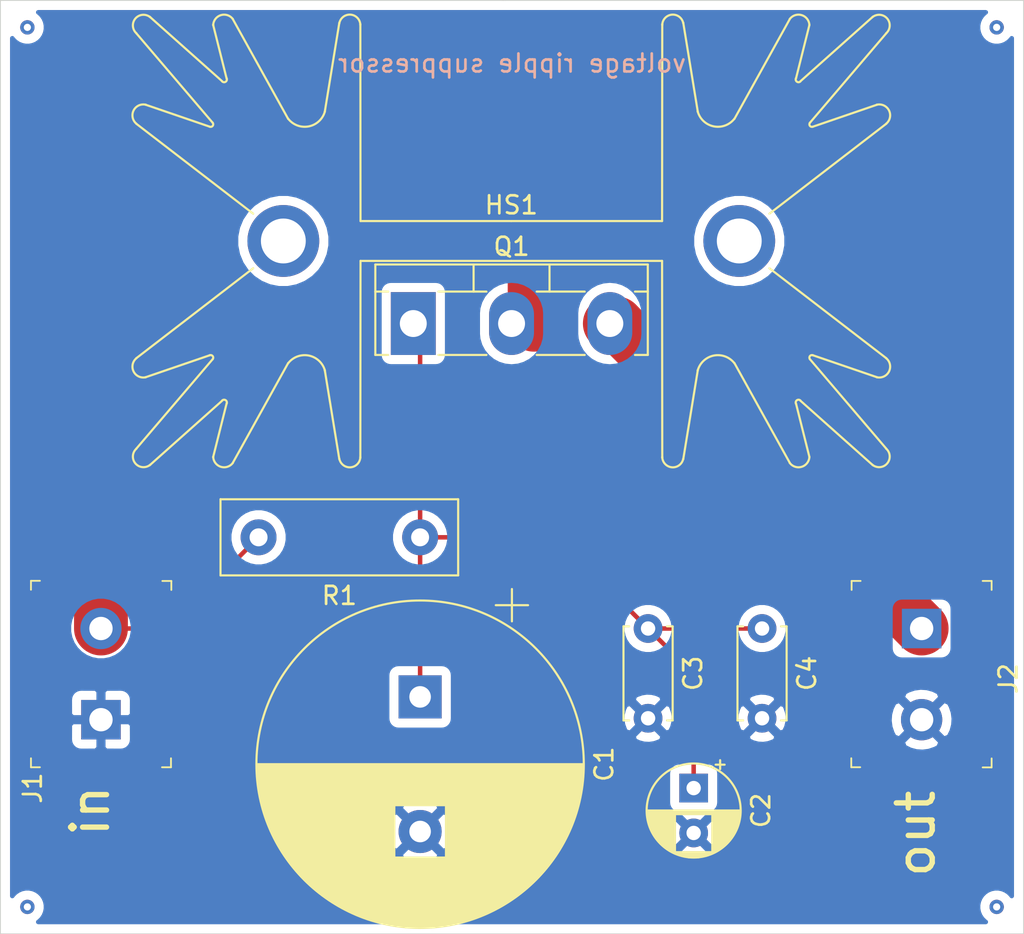
<source format=kicad_pcb>
(kicad_pcb (version 20171130) (host pcbnew "(5.1.6-0-10_14)")

  (general
    (thickness 1.6)
    (drawings 8)
    (tracks 23)
    (zones 0)
    (modules 9)
    (nets 5)
  )

  (page A4)
  (layers
    (0 F.Cu signal)
    (31 B.Cu signal)
    (32 B.Adhes user)
    (33 F.Adhes user)
    (34 B.Paste user)
    (35 F.Paste user)
    (36 B.SilkS user)
    (37 F.SilkS user)
    (38 B.Mask user)
    (39 F.Mask user)
    (40 Dwgs.User user)
    (41 Cmts.User user)
    (42 Eco1.User user)
    (43 Eco2.User user)
    (44 Edge.Cuts user)
    (45 Margin user)
    (46 B.CrtYd user)
    (47 F.CrtYd user)
    (48 B.Fab user)
    (49 F.Fab user)
  )

  (setup
    (last_trace_width 0.25)
    (user_trace_width 1.5)
    (user_trace_width 3)
    (user_trace_width 5)
    (user_trace_width 10)
    (trace_clearance 0.2)
    (zone_clearance 0.508)
    (zone_45_only no)
    (trace_min 0.2)
    (via_size 0.8)
    (via_drill 0.4)
    (via_min_size 0.4)
    (via_min_drill 0.3)
    (uvia_size 0.3)
    (uvia_drill 0.1)
    (uvias_allowed no)
    (uvia_min_size 0.2)
    (uvia_min_drill 0.1)
    (edge_width 0.05)
    (segment_width 0.2)
    (pcb_text_width 0.3)
    (pcb_text_size 1.5 1.5)
    (mod_edge_width 0.12)
    (mod_text_size 1 1)
    (mod_text_width 0.15)
    (pad_size 1.524 1.524)
    (pad_drill 0.762)
    (pad_to_mask_clearance 0.05)
    (aux_axis_origin 0 0)
    (visible_elements FFFFEF7F)
    (pcbplotparams
      (layerselection 0x010fc_ffffffff)
      (usegerberextensions false)
      (usegerberattributes true)
      (usegerberadvancedattributes true)
      (creategerberjobfile true)
      (excludeedgelayer true)
      (linewidth 0.100000)
      (plotframeref false)
      (viasonmask false)
      (mode 1)
      (useauxorigin false)
      (hpglpennumber 1)
      (hpglpenspeed 20)
      (hpglpendiameter 15.000000)
      (psnegative false)
      (psa4output false)
      (plotreference true)
      (plotvalue true)
      (plotinvisibletext false)
      (padsonsilk false)
      (subtractmaskfromsilk false)
      (outputformat 1)
      (mirror false)
      (drillshape 1)
      (scaleselection 1)
      (outputdirectory ""))
  )

  (net 0 "")
  (net 1 "Net-(C1-Pad1)")
  (net 2 "Net-(J2-Pad1)")
  (net 3 GND)
  (net 4 VCC)

  (net_class Default "This is the default net class."
    (clearance 0.2)
    (trace_width 0.25)
    (via_dia 0.8)
    (via_drill 0.4)
    (uvia_dia 0.3)
    (uvia_drill 0.1)
    (add_net GND)
    (add_net "Net-(C1-Pad1)")
    (add_net "Net-(J2-Pad1)")
    (add_net VCC)
  )

  (module digikey-footprints:Term_Block_1x2_P5.08MM (layer F.Cu) (tedit 5D4199A2) (tstamp 5EDAF84F)
    (at 115.6 116.07 90)
    (descr http://www.on-shore.com/wp-content/uploads/2015/09/osttcxx2162.pdf)
    (path /5EE26AF1)
    (fp_text reference J1 (at -3.81 -3.81 90) (layer F.SilkS)
      (effects (font (size 1 1) (thickness 0.15)))
    )
    (fp_text value Screw_Terminal_01x02 (at 2.032 5.09 90) (layer F.Fab)
      (effects (font (size 1 1) (thickness 0.15)))
    )
    (fp_line (start -2.75 -4.05) (end -2.75 4.05) (layer F.CrtYd) (width 0.05))
    (fp_line (start 7.874 4.064) (end -2.75 4.05) (layer F.CrtYd) (width 0.05))
    (fp_line (start 7.874 -4.05) (end 7.874 4.05) (layer F.CrtYd) (width 0.05))
    (fp_line (start 7.874 -4.064) (end -2.75 -4.05) (layer F.CrtYd) (width 0.05))
    (fp_line (start 7.738 -3.9) (end 7.238 -3.9) (layer F.SilkS) (width 0.1))
    (fp_line (start 7.738 -3.9) (end 7.738 -3.4) (layer F.SilkS) (width 0.1))
    (fp_line (start 7.728 3.92) (end 7.228 3.92) (layer F.SilkS) (width 0.1))
    (fp_line (start 7.728 3.42) (end 7.728 3.92) (layer F.SilkS) (width 0.1))
    (fp_line (start -2.65 3.9) (end -2.15 3.9) (layer F.SilkS) (width 0.1))
    (fp_line (start -2.65 3.4) (end -2.65 3.9) (layer F.SilkS) (width 0.1))
    (fp_line (start -2.65 -3.9) (end -2.65 -3.4) (layer F.SilkS) (width 0.1))
    (fp_line (start -2.65 -3.9) (end -2.15 -3.9) (layer F.SilkS) (width 0.1))
    (fp_line (start -2.54 3.8) (end 7.62 3.8) (layer F.Fab) (width 0.1))
    (fp_line (start 7.62 -3.8) (end 7.62 3.8) (layer F.Fab) (width 0.1))
    (fp_line (start -2.54 -3.8) (end 7.62 -3.8) (layer F.Fab) (width 0.1))
    (fp_line (start -2.54 -3.8) (end -2.54 3.8) (layer F.Fab) (width 0.1))
    (pad 1 thru_hole rect (at 0 0 90) (size 2.2 2.2) (drill 1.3) (layers *.Cu *.Mask)
      (net 3 GND))
    (pad 2 thru_hole circle (at 5.08 0 90) (size 2.3 2.3) (drill 1.3) (layers *.Cu *.Mask)
      (net 4 VCC))
  )

  (module Capacitor_THT:CP_Radial_D18.0mm_P7.50mm (layer F.Cu) (tedit 5AE50EF1) (tstamp 5EDAF78B)
    (at 133.38 114.8 270)
    (descr "CP, Radial series, Radial, pin pitch=7.50mm, , diameter=18mm, Electrolytic Capacitor")
    (tags "CP Radial series Radial pin pitch 7.50mm  diameter 18mm Electrolytic Capacitor")
    (path /5EE20E4E)
    (fp_text reference C1 (at 3.75 -10.25 90) (layer F.SilkS)
      (effects (font (size 1 1) (thickness 0.15)))
    )
    (fp_text value 4700u (at 3.75 10.25 90) (layer F.Fab)
      (effects (font (size 1 1) (thickness 0.15)))
    )
    (fp_circle (center 3.75 0) (end 12.75 0) (layer F.Fab) (width 0.1))
    (fp_circle (center 3.75 0) (end 12.87 0) (layer F.SilkS) (width 0.12))
    (fp_circle (center 3.75 0) (end 13 0) (layer F.CrtYd) (width 0.05))
    (fp_line (start -3.987271 -3.9475) (end -2.187271 -3.9475) (layer F.Fab) (width 0.1))
    (fp_line (start -3.087271 -4.8475) (end -3.087271 -3.0475) (layer F.Fab) (width 0.1))
    (fp_line (start 3.75 -9.081) (end 3.75 9.081) (layer F.SilkS) (width 0.12))
    (fp_line (start 3.79 -9.08) (end 3.79 9.08) (layer F.SilkS) (width 0.12))
    (fp_line (start 3.83 -9.08) (end 3.83 9.08) (layer F.SilkS) (width 0.12))
    (fp_line (start 3.87 -9.08) (end 3.87 9.08) (layer F.SilkS) (width 0.12))
    (fp_line (start 3.91 -9.079) (end 3.91 9.079) (layer F.SilkS) (width 0.12))
    (fp_line (start 3.95 -9.078) (end 3.95 9.078) (layer F.SilkS) (width 0.12))
    (fp_line (start 3.99 -9.077) (end 3.99 9.077) (layer F.SilkS) (width 0.12))
    (fp_line (start 4.03 -9.076) (end 4.03 9.076) (layer F.SilkS) (width 0.12))
    (fp_line (start 4.07 -9.075) (end 4.07 9.075) (layer F.SilkS) (width 0.12))
    (fp_line (start 4.11 -9.073) (end 4.11 9.073) (layer F.SilkS) (width 0.12))
    (fp_line (start 4.15 -9.072) (end 4.15 9.072) (layer F.SilkS) (width 0.12))
    (fp_line (start 4.19 -9.07) (end 4.19 9.07) (layer F.SilkS) (width 0.12))
    (fp_line (start 4.23 -9.068) (end 4.23 9.068) (layer F.SilkS) (width 0.12))
    (fp_line (start 4.27 -9.066) (end 4.27 9.066) (layer F.SilkS) (width 0.12))
    (fp_line (start 4.31 -9.063) (end 4.31 9.063) (layer F.SilkS) (width 0.12))
    (fp_line (start 4.35 -9.061) (end 4.35 9.061) (layer F.SilkS) (width 0.12))
    (fp_line (start 4.39 -9.058) (end 4.39 9.058) (layer F.SilkS) (width 0.12))
    (fp_line (start 4.43 -9.055) (end 4.43 9.055) (layer F.SilkS) (width 0.12))
    (fp_line (start 4.471 -9.052) (end 4.471 9.052) (layer F.SilkS) (width 0.12))
    (fp_line (start 4.511 -9.049) (end 4.511 9.049) (layer F.SilkS) (width 0.12))
    (fp_line (start 4.551 -9.045) (end 4.551 9.045) (layer F.SilkS) (width 0.12))
    (fp_line (start 4.591 -9.042) (end 4.591 9.042) (layer F.SilkS) (width 0.12))
    (fp_line (start 4.631 -9.038) (end 4.631 9.038) (layer F.SilkS) (width 0.12))
    (fp_line (start 4.671 -9.034) (end 4.671 9.034) (layer F.SilkS) (width 0.12))
    (fp_line (start 4.711 -9.03) (end 4.711 9.03) (layer F.SilkS) (width 0.12))
    (fp_line (start 4.751 -9.026) (end 4.751 9.026) (layer F.SilkS) (width 0.12))
    (fp_line (start 4.791 -9.021) (end 4.791 9.021) (layer F.SilkS) (width 0.12))
    (fp_line (start 4.831 -9.016) (end 4.831 9.016) (layer F.SilkS) (width 0.12))
    (fp_line (start 4.871 -9.011) (end 4.871 9.011) (layer F.SilkS) (width 0.12))
    (fp_line (start 4.911 -9.006) (end 4.911 9.006) (layer F.SilkS) (width 0.12))
    (fp_line (start 4.951 -9.001) (end 4.951 9.001) (layer F.SilkS) (width 0.12))
    (fp_line (start 4.991 -8.996) (end 4.991 8.996) (layer F.SilkS) (width 0.12))
    (fp_line (start 5.031 -8.99) (end 5.031 8.99) (layer F.SilkS) (width 0.12))
    (fp_line (start 5.071 -8.984) (end 5.071 8.984) (layer F.SilkS) (width 0.12))
    (fp_line (start 5.111 -8.979) (end 5.111 8.979) (layer F.SilkS) (width 0.12))
    (fp_line (start 5.151 -8.972) (end 5.151 8.972) (layer F.SilkS) (width 0.12))
    (fp_line (start 5.191 -8.966) (end 5.191 8.966) (layer F.SilkS) (width 0.12))
    (fp_line (start 5.231 -8.96) (end 5.231 8.96) (layer F.SilkS) (width 0.12))
    (fp_line (start 5.271 -8.953) (end 5.271 8.953) (layer F.SilkS) (width 0.12))
    (fp_line (start 5.311 -8.946) (end 5.311 8.946) (layer F.SilkS) (width 0.12))
    (fp_line (start 5.351 -8.939) (end 5.351 8.939) (layer F.SilkS) (width 0.12))
    (fp_line (start 5.391 -8.932) (end 5.391 8.932) (layer F.SilkS) (width 0.12))
    (fp_line (start 5.431 -8.924) (end 5.431 8.924) (layer F.SilkS) (width 0.12))
    (fp_line (start 5.471 -8.917) (end 5.471 8.917) (layer F.SilkS) (width 0.12))
    (fp_line (start 5.511 -8.909) (end 5.511 8.909) (layer F.SilkS) (width 0.12))
    (fp_line (start 5.551 -8.901) (end 5.551 8.901) (layer F.SilkS) (width 0.12))
    (fp_line (start 5.591 -8.893) (end 5.591 8.893) (layer F.SilkS) (width 0.12))
    (fp_line (start 5.631 -8.885) (end 5.631 8.885) (layer F.SilkS) (width 0.12))
    (fp_line (start 5.671 -8.876) (end 5.671 8.876) (layer F.SilkS) (width 0.12))
    (fp_line (start 5.711 -8.867) (end 5.711 8.867) (layer F.SilkS) (width 0.12))
    (fp_line (start 5.751 -8.858) (end 5.751 8.858) (layer F.SilkS) (width 0.12))
    (fp_line (start 5.791 -8.849) (end 5.791 8.849) (layer F.SilkS) (width 0.12))
    (fp_line (start 5.831 -8.84) (end 5.831 8.84) (layer F.SilkS) (width 0.12))
    (fp_line (start 5.871 -8.831) (end 5.871 8.831) (layer F.SilkS) (width 0.12))
    (fp_line (start 5.911 -8.821) (end 5.911 8.821) (layer F.SilkS) (width 0.12))
    (fp_line (start 5.951 -8.811) (end 5.951 8.811) (layer F.SilkS) (width 0.12))
    (fp_line (start 5.991 -8.801) (end 5.991 8.801) (layer F.SilkS) (width 0.12))
    (fp_line (start 6.031 -8.791) (end 6.031 8.791) (layer F.SilkS) (width 0.12))
    (fp_line (start 6.071 -8.78) (end 6.071 -1.44) (layer F.SilkS) (width 0.12))
    (fp_line (start 6.071 1.44) (end 6.071 8.78) (layer F.SilkS) (width 0.12))
    (fp_line (start 6.111 -8.77) (end 6.111 -1.44) (layer F.SilkS) (width 0.12))
    (fp_line (start 6.111 1.44) (end 6.111 8.77) (layer F.SilkS) (width 0.12))
    (fp_line (start 6.151 -8.759) (end 6.151 -1.44) (layer F.SilkS) (width 0.12))
    (fp_line (start 6.151 1.44) (end 6.151 8.759) (layer F.SilkS) (width 0.12))
    (fp_line (start 6.191 -8.748) (end 6.191 -1.44) (layer F.SilkS) (width 0.12))
    (fp_line (start 6.191 1.44) (end 6.191 8.748) (layer F.SilkS) (width 0.12))
    (fp_line (start 6.231 -8.737) (end 6.231 -1.44) (layer F.SilkS) (width 0.12))
    (fp_line (start 6.231 1.44) (end 6.231 8.737) (layer F.SilkS) (width 0.12))
    (fp_line (start 6.271 -8.725) (end 6.271 -1.44) (layer F.SilkS) (width 0.12))
    (fp_line (start 6.271 1.44) (end 6.271 8.725) (layer F.SilkS) (width 0.12))
    (fp_line (start 6.311 -8.714) (end 6.311 -1.44) (layer F.SilkS) (width 0.12))
    (fp_line (start 6.311 1.44) (end 6.311 8.714) (layer F.SilkS) (width 0.12))
    (fp_line (start 6.351 -8.702) (end 6.351 -1.44) (layer F.SilkS) (width 0.12))
    (fp_line (start 6.351 1.44) (end 6.351 8.702) (layer F.SilkS) (width 0.12))
    (fp_line (start 6.391 -8.69) (end 6.391 -1.44) (layer F.SilkS) (width 0.12))
    (fp_line (start 6.391 1.44) (end 6.391 8.69) (layer F.SilkS) (width 0.12))
    (fp_line (start 6.431 -8.678) (end 6.431 -1.44) (layer F.SilkS) (width 0.12))
    (fp_line (start 6.431 1.44) (end 6.431 8.678) (layer F.SilkS) (width 0.12))
    (fp_line (start 6.471 -8.665) (end 6.471 -1.44) (layer F.SilkS) (width 0.12))
    (fp_line (start 6.471 1.44) (end 6.471 8.665) (layer F.SilkS) (width 0.12))
    (fp_line (start 6.511 -8.653) (end 6.511 -1.44) (layer F.SilkS) (width 0.12))
    (fp_line (start 6.511 1.44) (end 6.511 8.653) (layer F.SilkS) (width 0.12))
    (fp_line (start 6.551 -8.64) (end 6.551 -1.44) (layer F.SilkS) (width 0.12))
    (fp_line (start 6.551 1.44) (end 6.551 8.64) (layer F.SilkS) (width 0.12))
    (fp_line (start 6.591 -8.627) (end 6.591 -1.44) (layer F.SilkS) (width 0.12))
    (fp_line (start 6.591 1.44) (end 6.591 8.627) (layer F.SilkS) (width 0.12))
    (fp_line (start 6.631 -8.614) (end 6.631 -1.44) (layer F.SilkS) (width 0.12))
    (fp_line (start 6.631 1.44) (end 6.631 8.614) (layer F.SilkS) (width 0.12))
    (fp_line (start 6.671 -8.6) (end 6.671 -1.44) (layer F.SilkS) (width 0.12))
    (fp_line (start 6.671 1.44) (end 6.671 8.6) (layer F.SilkS) (width 0.12))
    (fp_line (start 6.711 -8.587) (end 6.711 -1.44) (layer F.SilkS) (width 0.12))
    (fp_line (start 6.711 1.44) (end 6.711 8.587) (layer F.SilkS) (width 0.12))
    (fp_line (start 6.751 -8.573) (end 6.751 -1.44) (layer F.SilkS) (width 0.12))
    (fp_line (start 6.751 1.44) (end 6.751 8.573) (layer F.SilkS) (width 0.12))
    (fp_line (start 6.791 -8.559) (end 6.791 -1.44) (layer F.SilkS) (width 0.12))
    (fp_line (start 6.791 1.44) (end 6.791 8.559) (layer F.SilkS) (width 0.12))
    (fp_line (start 6.831 -8.545) (end 6.831 -1.44) (layer F.SilkS) (width 0.12))
    (fp_line (start 6.831 1.44) (end 6.831 8.545) (layer F.SilkS) (width 0.12))
    (fp_line (start 6.871 -8.53) (end 6.871 -1.44) (layer F.SilkS) (width 0.12))
    (fp_line (start 6.871 1.44) (end 6.871 8.53) (layer F.SilkS) (width 0.12))
    (fp_line (start 6.911 -8.516) (end 6.911 -1.44) (layer F.SilkS) (width 0.12))
    (fp_line (start 6.911 1.44) (end 6.911 8.516) (layer F.SilkS) (width 0.12))
    (fp_line (start 6.951 -8.501) (end 6.951 -1.44) (layer F.SilkS) (width 0.12))
    (fp_line (start 6.951 1.44) (end 6.951 8.501) (layer F.SilkS) (width 0.12))
    (fp_line (start 6.991 -8.486) (end 6.991 -1.44) (layer F.SilkS) (width 0.12))
    (fp_line (start 6.991 1.44) (end 6.991 8.486) (layer F.SilkS) (width 0.12))
    (fp_line (start 7.031 -8.47) (end 7.031 -1.44) (layer F.SilkS) (width 0.12))
    (fp_line (start 7.031 1.44) (end 7.031 8.47) (layer F.SilkS) (width 0.12))
    (fp_line (start 7.071 -8.455) (end 7.071 -1.44) (layer F.SilkS) (width 0.12))
    (fp_line (start 7.071 1.44) (end 7.071 8.455) (layer F.SilkS) (width 0.12))
    (fp_line (start 7.111 -8.439) (end 7.111 -1.44) (layer F.SilkS) (width 0.12))
    (fp_line (start 7.111 1.44) (end 7.111 8.439) (layer F.SilkS) (width 0.12))
    (fp_line (start 7.151 -8.423) (end 7.151 -1.44) (layer F.SilkS) (width 0.12))
    (fp_line (start 7.151 1.44) (end 7.151 8.423) (layer F.SilkS) (width 0.12))
    (fp_line (start 7.191 -8.407) (end 7.191 -1.44) (layer F.SilkS) (width 0.12))
    (fp_line (start 7.191 1.44) (end 7.191 8.407) (layer F.SilkS) (width 0.12))
    (fp_line (start 7.231 -8.39) (end 7.231 -1.44) (layer F.SilkS) (width 0.12))
    (fp_line (start 7.231 1.44) (end 7.231 8.39) (layer F.SilkS) (width 0.12))
    (fp_line (start 7.271 -8.374) (end 7.271 -1.44) (layer F.SilkS) (width 0.12))
    (fp_line (start 7.271 1.44) (end 7.271 8.374) (layer F.SilkS) (width 0.12))
    (fp_line (start 7.311 -8.357) (end 7.311 -1.44) (layer F.SilkS) (width 0.12))
    (fp_line (start 7.311 1.44) (end 7.311 8.357) (layer F.SilkS) (width 0.12))
    (fp_line (start 7.351 -8.34) (end 7.351 -1.44) (layer F.SilkS) (width 0.12))
    (fp_line (start 7.351 1.44) (end 7.351 8.34) (layer F.SilkS) (width 0.12))
    (fp_line (start 7.391 -8.323) (end 7.391 -1.44) (layer F.SilkS) (width 0.12))
    (fp_line (start 7.391 1.44) (end 7.391 8.323) (layer F.SilkS) (width 0.12))
    (fp_line (start 7.431 -8.305) (end 7.431 -1.44) (layer F.SilkS) (width 0.12))
    (fp_line (start 7.431 1.44) (end 7.431 8.305) (layer F.SilkS) (width 0.12))
    (fp_line (start 7.471 -8.287) (end 7.471 -1.44) (layer F.SilkS) (width 0.12))
    (fp_line (start 7.471 1.44) (end 7.471 8.287) (layer F.SilkS) (width 0.12))
    (fp_line (start 7.511 -8.269) (end 7.511 -1.44) (layer F.SilkS) (width 0.12))
    (fp_line (start 7.511 1.44) (end 7.511 8.269) (layer F.SilkS) (width 0.12))
    (fp_line (start 7.551 -8.251) (end 7.551 -1.44) (layer F.SilkS) (width 0.12))
    (fp_line (start 7.551 1.44) (end 7.551 8.251) (layer F.SilkS) (width 0.12))
    (fp_line (start 7.591 -8.233) (end 7.591 -1.44) (layer F.SilkS) (width 0.12))
    (fp_line (start 7.591 1.44) (end 7.591 8.233) (layer F.SilkS) (width 0.12))
    (fp_line (start 7.631 -8.214) (end 7.631 -1.44) (layer F.SilkS) (width 0.12))
    (fp_line (start 7.631 1.44) (end 7.631 8.214) (layer F.SilkS) (width 0.12))
    (fp_line (start 7.671 -8.195) (end 7.671 -1.44) (layer F.SilkS) (width 0.12))
    (fp_line (start 7.671 1.44) (end 7.671 8.195) (layer F.SilkS) (width 0.12))
    (fp_line (start 7.711 -8.176) (end 7.711 -1.44) (layer F.SilkS) (width 0.12))
    (fp_line (start 7.711 1.44) (end 7.711 8.176) (layer F.SilkS) (width 0.12))
    (fp_line (start 7.751 -8.156) (end 7.751 -1.44) (layer F.SilkS) (width 0.12))
    (fp_line (start 7.751 1.44) (end 7.751 8.156) (layer F.SilkS) (width 0.12))
    (fp_line (start 7.791 -8.137) (end 7.791 -1.44) (layer F.SilkS) (width 0.12))
    (fp_line (start 7.791 1.44) (end 7.791 8.137) (layer F.SilkS) (width 0.12))
    (fp_line (start 7.831 -8.117) (end 7.831 -1.44) (layer F.SilkS) (width 0.12))
    (fp_line (start 7.831 1.44) (end 7.831 8.117) (layer F.SilkS) (width 0.12))
    (fp_line (start 7.871 -8.097) (end 7.871 -1.44) (layer F.SilkS) (width 0.12))
    (fp_line (start 7.871 1.44) (end 7.871 8.097) (layer F.SilkS) (width 0.12))
    (fp_line (start 7.911 -8.076) (end 7.911 -1.44) (layer F.SilkS) (width 0.12))
    (fp_line (start 7.911 1.44) (end 7.911 8.076) (layer F.SilkS) (width 0.12))
    (fp_line (start 7.951 -8.056) (end 7.951 -1.44) (layer F.SilkS) (width 0.12))
    (fp_line (start 7.951 1.44) (end 7.951 8.056) (layer F.SilkS) (width 0.12))
    (fp_line (start 7.991 -8.035) (end 7.991 -1.44) (layer F.SilkS) (width 0.12))
    (fp_line (start 7.991 1.44) (end 7.991 8.035) (layer F.SilkS) (width 0.12))
    (fp_line (start 8.031 -8.014) (end 8.031 -1.44) (layer F.SilkS) (width 0.12))
    (fp_line (start 8.031 1.44) (end 8.031 8.014) (layer F.SilkS) (width 0.12))
    (fp_line (start 8.071 -7.992) (end 8.071 -1.44) (layer F.SilkS) (width 0.12))
    (fp_line (start 8.071 1.44) (end 8.071 7.992) (layer F.SilkS) (width 0.12))
    (fp_line (start 8.111 -7.971) (end 8.111 -1.44) (layer F.SilkS) (width 0.12))
    (fp_line (start 8.111 1.44) (end 8.111 7.971) (layer F.SilkS) (width 0.12))
    (fp_line (start 8.151 -7.949) (end 8.151 -1.44) (layer F.SilkS) (width 0.12))
    (fp_line (start 8.151 1.44) (end 8.151 7.949) (layer F.SilkS) (width 0.12))
    (fp_line (start 8.191 -7.927) (end 8.191 -1.44) (layer F.SilkS) (width 0.12))
    (fp_line (start 8.191 1.44) (end 8.191 7.927) (layer F.SilkS) (width 0.12))
    (fp_line (start 8.231 -7.904) (end 8.231 -1.44) (layer F.SilkS) (width 0.12))
    (fp_line (start 8.231 1.44) (end 8.231 7.904) (layer F.SilkS) (width 0.12))
    (fp_line (start 8.271 -7.882) (end 8.271 -1.44) (layer F.SilkS) (width 0.12))
    (fp_line (start 8.271 1.44) (end 8.271 7.882) (layer F.SilkS) (width 0.12))
    (fp_line (start 8.311 -7.859) (end 8.311 -1.44) (layer F.SilkS) (width 0.12))
    (fp_line (start 8.311 1.44) (end 8.311 7.859) (layer F.SilkS) (width 0.12))
    (fp_line (start 8.351 -7.835) (end 8.351 -1.44) (layer F.SilkS) (width 0.12))
    (fp_line (start 8.351 1.44) (end 8.351 7.835) (layer F.SilkS) (width 0.12))
    (fp_line (start 8.391 -7.812) (end 8.391 -1.44) (layer F.SilkS) (width 0.12))
    (fp_line (start 8.391 1.44) (end 8.391 7.812) (layer F.SilkS) (width 0.12))
    (fp_line (start 8.431 -7.788) (end 8.431 -1.44) (layer F.SilkS) (width 0.12))
    (fp_line (start 8.431 1.44) (end 8.431 7.788) (layer F.SilkS) (width 0.12))
    (fp_line (start 8.471 -7.764) (end 8.471 -1.44) (layer F.SilkS) (width 0.12))
    (fp_line (start 8.471 1.44) (end 8.471 7.764) (layer F.SilkS) (width 0.12))
    (fp_line (start 8.511 -7.74) (end 8.511 -1.44) (layer F.SilkS) (width 0.12))
    (fp_line (start 8.511 1.44) (end 8.511 7.74) (layer F.SilkS) (width 0.12))
    (fp_line (start 8.551 -7.715) (end 8.551 -1.44) (layer F.SilkS) (width 0.12))
    (fp_line (start 8.551 1.44) (end 8.551 7.715) (layer F.SilkS) (width 0.12))
    (fp_line (start 8.591 -7.69) (end 8.591 -1.44) (layer F.SilkS) (width 0.12))
    (fp_line (start 8.591 1.44) (end 8.591 7.69) (layer F.SilkS) (width 0.12))
    (fp_line (start 8.631 -7.665) (end 8.631 -1.44) (layer F.SilkS) (width 0.12))
    (fp_line (start 8.631 1.44) (end 8.631 7.665) (layer F.SilkS) (width 0.12))
    (fp_line (start 8.671 -7.64) (end 8.671 -1.44) (layer F.SilkS) (width 0.12))
    (fp_line (start 8.671 1.44) (end 8.671 7.64) (layer F.SilkS) (width 0.12))
    (fp_line (start 8.711 -7.614) (end 8.711 -1.44) (layer F.SilkS) (width 0.12))
    (fp_line (start 8.711 1.44) (end 8.711 7.614) (layer F.SilkS) (width 0.12))
    (fp_line (start 8.751 -7.588) (end 8.751 -1.44) (layer F.SilkS) (width 0.12))
    (fp_line (start 8.751 1.44) (end 8.751 7.588) (layer F.SilkS) (width 0.12))
    (fp_line (start 8.791 -7.561) (end 8.791 -1.44) (layer F.SilkS) (width 0.12))
    (fp_line (start 8.791 1.44) (end 8.791 7.561) (layer F.SilkS) (width 0.12))
    (fp_line (start 8.831 -7.535) (end 8.831 -1.44) (layer F.SilkS) (width 0.12))
    (fp_line (start 8.831 1.44) (end 8.831 7.535) (layer F.SilkS) (width 0.12))
    (fp_line (start 8.871 -7.508) (end 8.871 -1.44) (layer F.SilkS) (width 0.12))
    (fp_line (start 8.871 1.44) (end 8.871 7.508) (layer F.SilkS) (width 0.12))
    (fp_line (start 8.911 -7.48) (end 8.911 -1.44) (layer F.SilkS) (width 0.12))
    (fp_line (start 8.911 1.44) (end 8.911 7.48) (layer F.SilkS) (width 0.12))
    (fp_line (start 8.951 -7.453) (end 8.951 7.453) (layer F.SilkS) (width 0.12))
    (fp_line (start 8.991 -7.425) (end 8.991 7.425) (layer F.SilkS) (width 0.12))
    (fp_line (start 9.031 -7.397) (end 9.031 7.397) (layer F.SilkS) (width 0.12))
    (fp_line (start 9.071 -7.368) (end 9.071 7.368) (layer F.SilkS) (width 0.12))
    (fp_line (start 9.111 -7.339) (end 9.111 7.339) (layer F.SilkS) (width 0.12))
    (fp_line (start 9.151 -7.31) (end 9.151 7.31) (layer F.SilkS) (width 0.12))
    (fp_line (start 9.191 -7.28) (end 9.191 7.28) (layer F.SilkS) (width 0.12))
    (fp_line (start 9.231 -7.25) (end 9.231 7.25) (layer F.SilkS) (width 0.12))
    (fp_line (start 9.271 -7.22) (end 9.271 7.22) (layer F.SilkS) (width 0.12))
    (fp_line (start 9.311 -7.19) (end 9.311 7.19) (layer F.SilkS) (width 0.12))
    (fp_line (start 9.351 -7.159) (end 9.351 7.159) (layer F.SilkS) (width 0.12))
    (fp_line (start 9.391 -7.127) (end 9.391 7.127) (layer F.SilkS) (width 0.12))
    (fp_line (start 9.431 -7.096) (end 9.431 7.096) (layer F.SilkS) (width 0.12))
    (fp_line (start 9.471 -7.064) (end 9.471 7.064) (layer F.SilkS) (width 0.12))
    (fp_line (start 9.511 -7.031) (end 9.511 7.031) (layer F.SilkS) (width 0.12))
    (fp_line (start 9.551 -6.999) (end 9.551 6.999) (layer F.SilkS) (width 0.12))
    (fp_line (start 9.591 -6.965) (end 9.591 6.965) (layer F.SilkS) (width 0.12))
    (fp_line (start 9.631 -6.932) (end 9.631 6.932) (layer F.SilkS) (width 0.12))
    (fp_line (start 9.671 -6.898) (end 9.671 6.898) (layer F.SilkS) (width 0.12))
    (fp_line (start 9.711 -6.864) (end 9.711 6.864) (layer F.SilkS) (width 0.12))
    (fp_line (start 9.751 -6.829) (end 9.751 6.829) (layer F.SilkS) (width 0.12))
    (fp_line (start 9.791 -6.794) (end 9.791 6.794) (layer F.SilkS) (width 0.12))
    (fp_line (start 9.831 -6.758) (end 9.831 6.758) (layer F.SilkS) (width 0.12))
    (fp_line (start 9.871 -6.722) (end 9.871 6.722) (layer F.SilkS) (width 0.12))
    (fp_line (start 9.911 -6.686) (end 9.911 6.686) (layer F.SilkS) (width 0.12))
    (fp_line (start 9.951 -6.649) (end 9.951 6.649) (layer F.SilkS) (width 0.12))
    (fp_line (start 9.991 -6.612) (end 9.991 6.612) (layer F.SilkS) (width 0.12))
    (fp_line (start 10.031 -6.574) (end 10.031 6.574) (layer F.SilkS) (width 0.12))
    (fp_line (start 10.071 -6.536) (end 10.071 6.536) (layer F.SilkS) (width 0.12))
    (fp_line (start 10.111 -6.497) (end 10.111 6.497) (layer F.SilkS) (width 0.12))
    (fp_line (start 10.151 -6.458) (end 10.151 6.458) (layer F.SilkS) (width 0.12))
    (fp_line (start 10.191 -6.418) (end 10.191 6.418) (layer F.SilkS) (width 0.12))
    (fp_line (start 10.231 -6.378) (end 10.231 6.378) (layer F.SilkS) (width 0.12))
    (fp_line (start 10.271 -6.337) (end 10.271 6.337) (layer F.SilkS) (width 0.12))
    (fp_line (start 10.311 -6.296) (end 10.311 6.296) (layer F.SilkS) (width 0.12))
    (fp_line (start 10.351 -6.254) (end 10.351 6.254) (layer F.SilkS) (width 0.12))
    (fp_line (start 10.391 -6.212) (end 10.391 6.212) (layer F.SilkS) (width 0.12))
    (fp_line (start 10.431 -6.17) (end 10.431 6.17) (layer F.SilkS) (width 0.12))
    (fp_line (start 10.471 -6.126) (end 10.471 6.126) (layer F.SilkS) (width 0.12))
    (fp_line (start 10.511 -6.082) (end 10.511 6.082) (layer F.SilkS) (width 0.12))
    (fp_line (start 10.551 -6.038) (end 10.551 6.038) (layer F.SilkS) (width 0.12))
    (fp_line (start 10.591 -5.993) (end 10.591 5.993) (layer F.SilkS) (width 0.12))
    (fp_line (start 10.631 -5.947) (end 10.631 5.947) (layer F.SilkS) (width 0.12))
    (fp_line (start 10.671 -5.901) (end 10.671 5.901) (layer F.SilkS) (width 0.12))
    (fp_line (start 10.711 -5.854) (end 10.711 5.854) (layer F.SilkS) (width 0.12))
    (fp_line (start 10.751 -5.806) (end 10.751 5.806) (layer F.SilkS) (width 0.12))
    (fp_line (start 10.791 -5.758) (end 10.791 5.758) (layer F.SilkS) (width 0.12))
    (fp_line (start 10.831 -5.709) (end 10.831 5.709) (layer F.SilkS) (width 0.12))
    (fp_line (start 10.871 -5.66) (end 10.871 5.66) (layer F.SilkS) (width 0.12))
    (fp_line (start 10.911 -5.609) (end 10.911 5.609) (layer F.SilkS) (width 0.12))
    (fp_line (start 10.951 -5.558) (end 10.951 5.558) (layer F.SilkS) (width 0.12))
    (fp_line (start 10.991 -5.506) (end 10.991 5.506) (layer F.SilkS) (width 0.12))
    (fp_line (start 11.031 -5.454) (end 11.031 5.454) (layer F.SilkS) (width 0.12))
    (fp_line (start 11.071 -5.4) (end 11.071 5.4) (layer F.SilkS) (width 0.12))
    (fp_line (start 11.111 -5.346) (end 11.111 5.346) (layer F.SilkS) (width 0.12))
    (fp_line (start 11.151 -5.291) (end 11.151 5.291) (layer F.SilkS) (width 0.12))
    (fp_line (start 11.191 -5.235) (end 11.191 5.235) (layer F.SilkS) (width 0.12))
    (fp_line (start 11.231 -5.178) (end 11.231 5.178) (layer F.SilkS) (width 0.12))
    (fp_line (start 11.271 -5.12) (end 11.271 5.12) (layer F.SilkS) (width 0.12))
    (fp_line (start 11.311 -5.062) (end 11.311 5.062) (layer F.SilkS) (width 0.12))
    (fp_line (start 11.351 -5.002) (end 11.351 5.002) (layer F.SilkS) (width 0.12))
    (fp_line (start 11.391 -4.941) (end 11.391 4.941) (layer F.SilkS) (width 0.12))
    (fp_line (start 11.431 -4.879) (end 11.431 4.879) (layer F.SilkS) (width 0.12))
    (fp_line (start 11.471 -4.816) (end 11.471 4.816) (layer F.SilkS) (width 0.12))
    (fp_line (start 11.511 -4.752) (end 11.511 4.752) (layer F.SilkS) (width 0.12))
    (fp_line (start 11.551 -4.686) (end 11.551 4.686) (layer F.SilkS) (width 0.12))
    (fp_line (start 11.591 -4.62) (end 11.591 4.62) (layer F.SilkS) (width 0.12))
    (fp_line (start 11.631 -4.552) (end 11.631 4.552) (layer F.SilkS) (width 0.12))
    (fp_line (start 11.671 -4.482) (end 11.671 4.482) (layer F.SilkS) (width 0.12))
    (fp_line (start 11.711 -4.412) (end 11.711 4.412) (layer F.SilkS) (width 0.12))
    (fp_line (start 11.751 -4.339) (end 11.751 4.339) (layer F.SilkS) (width 0.12))
    (fp_line (start 11.791 -4.265) (end 11.791 4.265) (layer F.SilkS) (width 0.12))
    (fp_line (start 11.831 -4.19) (end 11.831 4.19) (layer F.SilkS) (width 0.12))
    (fp_line (start 11.871 -4.113) (end 11.871 4.113) (layer F.SilkS) (width 0.12))
    (fp_line (start 11.911 -4.033) (end 11.911 4.033) (layer F.SilkS) (width 0.12))
    (fp_line (start 11.95 -3.952) (end 11.95 3.952) (layer F.SilkS) (width 0.12))
    (fp_line (start 11.99 -3.869) (end 11.99 3.869) (layer F.SilkS) (width 0.12))
    (fp_line (start 12.03 -3.784) (end 12.03 3.784) (layer F.SilkS) (width 0.12))
    (fp_line (start 12.07 -3.696) (end 12.07 3.696) (layer F.SilkS) (width 0.12))
    (fp_line (start 12.11 -3.605) (end 12.11 3.605) (layer F.SilkS) (width 0.12))
    (fp_line (start 12.15 -3.512) (end 12.15 3.512) (layer F.SilkS) (width 0.12))
    (fp_line (start 12.19 -3.416) (end 12.19 3.416) (layer F.SilkS) (width 0.12))
    (fp_line (start 12.23 -3.317) (end 12.23 3.317) (layer F.SilkS) (width 0.12))
    (fp_line (start 12.27 -3.214) (end 12.27 3.214) (layer F.SilkS) (width 0.12))
    (fp_line (start 12.31 -3.107) (end 12.31 3.107) (layer F.SilkS) (width 0.12))
    (fp_line (start 12.35 -2.996) (end 12.35 2.996) (layer F.SilkS) (width 0.12))
    (fp_line (start 12.39 -2.88) (end 12.39 2.88) (layer F.SilkS) (width 0.12))
    (fp_line (start 12.43 -2.759) (end 12.43 2.759) (layer F.SilkS) (width 0.12))
    (fp_line (start 12.47 -2.632) (end 12.47 2.632) (layer F.SilkS) (width 0.12))
    (fp_line (start 12.51 -2.498) (end 12.51 2.498) (layer F.SilkS) (width 0.12))
    (fp_line (start 12.55 -2.355) (end 12.55 2.355) (layer F.SilkS) (width 0.12))
    (fp_line (start 12.59 -2.203) (end 12.59 2.203) (layer F.SilkS) (width 0.12))
    (fp_line (start 12.63 -2.039) (end 12.63 2.039) (layer F.SilkS) (width 0.12))
    (fp_line (start 12.67 -1.86) (end 12.67 1.86) (layer F.SilkS) (width 0.12))
    (fp_line (start 12.71 -1.661) (end 12.71 1.661) (layer F.SilkS) (width 0.12))
    (fp_line (start 12.75 -1.435) (end 12.75 1.435) (layer F.SilkS) (width 0.12))
    (fp_line (start 12.79 -1.166) (end 12.79 1.166) (layer F.SilkS) (width 0.12))
    (fp_line (start 12.83 -0.814) (end 12.83 0.814) (layer F.SilkS) (width 0.12))
    (fp_line (start 12.87 -0.04) (end 12.87 0.04) (layer F.SilkS) (width 0.12))
    (fp_line (start -6.00944 -5.115) (end -4.20944 -5.115) (layer F.SilkS) (width 0.12))
    (fp_line (start -5.10944 -6.015) (end -5.10944 -4.215) (layer F.SilkS) (width 0.12))
    (fp_text user %R (at 3.75 0 90) (layer F.Fab)
      (effects (font (size 1 1) (thickness 0.15)))
    )
    (pad 1 thru_hole rect (at 0 0 270) (size 2.4 2.4) (drill 1.2) (layers *.Cu *.Mask)
      (net 1 "Net-(C1-Pad1)"))
    (pad 2 thru_hole circle (at 7.5 0 270) (size 2.4 2.4) (drill 1.2) (layers *.Cu *.Mask)
      (net 3 GND))
    (model ${KISYS3DMOD}/Capacitor_THT.3dshapes/CP_Radial_D18.0mm_P7.50mm.wrl
      (at (xyz 0 0 0))
      (scale (xyz 1 1 1))
      (rotate (xyz 0 0 0))
    )
  )

  (module Capacitor_THT:CP_Radial_D5.0mm_P2.50mm (layer F.Cu) (tedit 5AE50EF0) (tstamp 5EDAF80F)
    (at 148.62 119.88 270)
    (descr "CP, Radial series, Radial, pin pitch=2.50mm, , diameter=5mm, Electrolytic Capacitor")
    (tags "CP Radial series Radial pin pitch 2.50mm  diameter 5mm Electrolytic Capacitor")
    (path /5EE31064)
    (fp_text reference C2 (at 1.25 -3.75 90) (layer F.SilkS)
      (effects (font (size 1 1) (thickness 0.15)))
    )
    (fp_text value 47u (at 1.25 3.75 90) (layer F.Fab)
      (effects (font (size 1 1) (thickness 0.15)))
    )
    (fp_circle (center 1.25 0) (end 3.75 0) (layer F.Fab) (width 0.1))
    (fp_circle (center 1.25 0) (end 3.87 0) (layer F.SilkS) (width 0.12))
    (fp_circle (center 1.25 0) (end 4 0) (layer F.CrtYd) (width 0.05))
    (fp_line (start -0.883605 -1.0875) (end -0.383605 -1.0875) (layer F.Fab) (width 0.1))
    (fp_line (start -0.633605 -1.3375) (end -0.633605 -0.8375) (layer F.Fab) (width 0.1))
    (fp_line (start 1.25 -2.58) (end 1.25 2.58) (layer F.SilkS) (width 0.12))
    (fp_line (start 1.29 -2.58) (end 1.29 2.58) (layer F.SilkS) (width 0.12))
    (fp_line (start 1.33 -2.579) (end 1.33 2.579) (layer F.SilkS) (width 0.12))
    (fp_line (start 1.37 -2.578) (end 1.37 2.578) (layer F.SilkS) (width 0.12))
    (fp_line (start 1.41 -2.576) (end 1.41 2.576) (layer F.SilkS) (width 0.12))
    (fp_line (start 1.45 -2.573) (end 1.45 2.573) (layer F.SilkS) (width 0.12))
    (fp_line (start 1.49 -2.569) (end 1.49 -1.04) (layer F.SilkS) (width 0.12))
    (fp_line (start 1.49 1.04) (end 1.49 2.569) (layer F.SilkS) (width 0.12))
    (fp_line (start 1.53 -2.565) (end 1.53 -1.04) (layer F.SilkS) (width 0.12))
    (fp_line (start 1.53 1.04) (end 1.53 2.565) (layer F.SilkS) (width 0.12))
    (fp_line (start 1.57 -2.561) (end 1.57 -1.04) (layer F.SilkS) (width 0.12))
    (fp_line (start 1.57 1.04) (end 1.57 2.561) (layer F.SilkS) (width 0.12))
    (fp_line (start 1.61 -2.556) (end 1.61 -1.04) (layer F.SilkS) (width 0.12))
    (fp_line (start 1.61 1.04) (end 1.61 2.556) (layer F.SilkS) (width 0.12))
    (fp_line (start 1.65 -2.55) (end 1.65 -1.04) (layer F.SilkS) (width 0.12))
    (fp_line (start 1.65 1.04) (end 1.65 2.55) (layer F.SilkS) (width 0.12))
    (fp_line (start 1.69 -2.543) (end 1.69 -1.04) (layer F.SilkS) (width 0.12))
    (fp_line (start 1.69 1.04) (end 1.69 2.543) (layer F.SilkS) (width 0.12))
    (fp_line (start 1.73 -2.536) (end 1.73 -1.04) (layer F.SilkS) (width 0.12))
    (fp_line (start 1.73 1.04) (end 1.73 2.536) (layer F.SilkS) (width 0.12))
    (fp_line (start 1.77 -2.528) (end 1.77 -1.04) (layer F.SilkS) (width 0.12))
    (fp_line (start 1.77 1.04) (end 1.77 2.528) (layer F.SilkS) (width 0.12))
    (fp_line (start 1.81 -2.52) (end 1.81 -1.04) (layer F.SilkS) (width 0.12))
    (fp_line (start 1.81 1.04) (end 1.81 2.52) (layer F.SilkS) (width 0.12))
    (fp_line (start 1.85 -2.511) (end 1.85 -1.04) (layer F.SilkS) (width 0.12))
    (fp_line (start 1.85 1.04) (end 1.85 2.511) (layer F.SilkS) (width 0.12))
    (fp_line (start 1.89 -2.501) (end 1.89 -1.04) (layer F.SilkS) (width 0.12))
    (fp_line (start 1.89 1.04) (end 1.89 2.501) (layer F.SilkS) (width 0.12))
    (fp_line (start 1.93 -2.491) (end 1.93 -1.04) (layer F.SilkS) (width 0.12))
    (fp_line (start 1.93 1.04) (end 1.93 2.491) (layer F.SilkS) (width 0.12))
    (fp_line (start 1.971 -2.48) (end 1.971 -1.04) (layer F.SilkS) (width 0.12))
    (fp_line (start 1.971 1.04) (end 1.971 2.48) (layer F.SilkS) (width 0.12))
    (fp_line (start 2.011 -2.468) (end 2.011 -1.04) (layer F.SilkS) (width 0.12))
    (fp_line (start 2.011 1.04) (end 2.011 2.468) (layer F.SilkS) (width 0.12))
    (fp_line (start 2.051 -2.455) (end 2.051 -1.04) (layer F.SilkS) (width 0.12))
    (fp_line (start 2.051 1.04) (end 2.051 2.455) (layer F.SilkS) (width 0.12))
    (fp_line (start 2.091 -2.442) (end 2.091 -1.04) (layer F.SilkS) (width 0.12))
    (fp_line (start 2.091 1.04) (end 2.091 2.442) (layer F.SilkS) (width 0.12))
    (fp_line (start 2.131 -2.428) (end 2.131 -1.04) (layer F.SilkS) (width 0.12))
    (fp_line (start 2.131 1.04) (end 2.131 2.428) (layer F.SilkS) (width 0.12))
    (fp_line (start 2.171 -2.414) (end 2.171 -1.04) (layer F.SilkS) (width 0.12))
    (fp_line (start 2.171 1.04) (end 2.171 2.414) (layer F.SilkS) (width 0.12))
    (fp_line (start 2.211 -2.398) (end 2.211 -1.04) (layer F.SilkS) (width 0.12))
    (fp_line (start 2.211 1.04) (end 2.211 2.398) (layer F.SilkS) (width 0.12))
    (fp_line (start 2.251 -2.382) (end 2.251 -1.04) (layer F.SilkS) (width 0.12))
    (fp_line (start 2.251 1.04) (end 2.251 2.382) (layer F.SilkS) (width 0.12))
    (fp_line (start 2.291 -2.365) (end 2.291 -1.04) (layer F.SilkS) (width 0.12))
    (fp_line (start 2.291 1.04) (end 2.291 2.365) (layer F.SilkS) (width 0.12))
    (fp_line (start 2.331 -2.348) (end 2.331 -1.04) (layer F.SilkS) (width 0.12))
    (fp_line (start 2.331 1.04) (end 2.331 2.348) (layer F.SilkS) (width 0.12))
    (fp_line (start 2.371 -2.329) (end 2.371 -1.04) (layer F.SilkS) (width 0.12))
    (fp_line (start 2.371 1.04) (end 2.371 2.329) (layer F.SilkS) (width 0.12))
    (fp_line (start 2.411 -2.31) (end 2.411 -1.04) (layer F.SilkS) (width 0.12))
    (fp_line (start 2.411 1.04) (end 2.411 2.31) (layer F.SilkS) (width 0.12))
    (fp_line (start 2.451 -2.29) (end 2.451 -1.04) (layer F.SilkS) (width 0.12))
    (fp_line (start 2.451 1.04) (end 2.451 2.29) (layer F.SilkS) (width 0.12))
    (fp_line (start 2.491 -2.268) (end 2.491 -1.04) (layer F.SilkS) (width 0.12))
    (fp_line (start 2.491 1.04) (end 2.491 2.268) (layer F.SilkS) (width 0.12))
    (fp_line (start 2.531 -2.247) (end 2.531 -1.04) (layer F.SilkS) (width 0.12))
    (fp_line (start 2.531 1.04) (end 2.531 2.247) (layer F.SilkS) (width 0.12))
    (fp_line (start 2.571 -2.224) (end 2.571 -1.04) (layer F.SilkS) (width 0.12))
    (fp_line (start 2.571 1.04) (end 2.571 2.224) (layer F.SilkS) (width 0.12))
    (fp_line (start 2.611 -2.2) (end 2.611 -1.04) (layer F.SilkS) (width 0.12))
    (fp_line (start 2.611 1.04) (end 2.611 2.2) (layer F.SilkS) (width 0.12))
    (fp_line (start 2.651 -2.175) (end 2.651 -1.04) (layer F.SilkS) (width 0.12))
    (fp_line (start 2.651 1.04) (end 2.651 2.175) (layer F.SilkS) (width 0.12))
    (fp_line (start 2.691 -2.149) (end 2.691 -1.04) (layer F.SilkS) (width 0.12))
    (fp_line (start 2.691 1.04) (end 2.691 2.149) (layer F.SilkS) (width 0.12))
    (fp_line (start 2.731 -2.122) (end 2.731 -1.04) (layer F.SilkS) (width 0.12))
    (fp_line (start 2.731 1.04) (end 2.731 2.122) (layer F.SilkS) (width 0.12))
    (fp_line (start 2.771 -2.095) (end 2.771 -1.04) (layer F.SilkS) (width 0.12))
    (fp_line (start 2.771 1.04) (end 2.771 2.095) (layer F.SilkS) (width 0.12))
    (fp_line (start 2.811 -2.065) (end 2.811 -1.04) (layer F.SilkS) (width 0.12))
    (fp_line (start 2.811 1.04) (end 2.811 2.065) (layer F.SilkS) (width 0.12))
    (fp_line (start 2.851 -2.035) (end 2.851 -1.04) (layer F.SilkS) (width 0.12))
    (fp_line (start 2.851 1.04) (end 2.851 2.035) (layer F.SilkS) (width 0.12))
    (fp_line (start 2.891 -2.004) (end 2.891 -1.04) (layer F.SilkS) (width 0.12))
    (fp_line (start 2.891 1.04) (end 2.891 2.004) (layer F.SilkS) (width 0.12))
    (fp_line (start 2.931 -1.971) (end 2.931 -1.04) (layer F.SilkS) (width 0.12))
    (fp_line (start 2.931 1.04) (end 2.931 1.971) (layer F.SilkS) (width 0.12))
    (fp_line (start 2.971 -1.937) (end 2.971 -1.04) (layer F.SilkS) (width 0.12))
    (fp_line (start 2.971 1.04) (end 2.971 1.937) (layer F.SilkS) (width 0.12))
    (fp_line (start 3.011 -1.901) (end 3.011 -1.04) (layer F.SilkS) (width 0.12))
    (fp_line (start 3.011 1.04) (end 3.011 1.901) (layer F.SilkS) (width 0.12))
    (fp_line (start 3.051 -1.864) (end 3.051 -1.04) (layer F.SilkS) (width 0.12))
    (fp_line (start 3.051 1.04) (end 3.051 1.864) (layer F.SilkS) (width 0.12))
    (fp_line (start 3.091 -1.826) (end 3.091 -1.04) (layer F.SilkS) (width 0.12))
    (fp_line (start 3.091 1.04) (end 3.091 1.826) (layer F.SilkS) (width 0.12))
    (fp_line (start 3.131 -1.785) (end 3.131 -1.04) (layer F.SilkS) (width 0.12))
    (fp_line (start 3.131 1.04) (end 3.131 1.785) (layer F.SilkS) (width 0.12))
    (fp_line (start 3.171 -1.743) (end 3.171 -1.04) (layer F.SilkS) (width 0.12))
    (fp_line (start 3.171 1.04) (end 3.171 1.743) (layer F.SilkS) (width 0.12))
    (fp_line (start 3.211 -1.699) (end 3.211 -1.04) (layer F.SilkS) (width 0.12))
    (fp_line (start 3.211 1.04) (end 3.211 1.699) (layer F.SilkS) (width 0.12))
    (fp_line (start 3.251 -1.653) (end 3.251 -1.04) (layer F.SilkS) (width 0.12))
    (fp_line (start 3.251 1.04) (end 3.251 1.653) (layer F.SilkS) (width 0.12))
    (fp_line (start 3.291 -1.605) (end 3.291 -1.04) (layer F.SilkS) (width 0.12))
    (fp_line (start 3.291 1.04) (end 3.291 1.605) (layer F.SilkS) (width 0.12))
    (fp_line (start 3.331 -1.554) (end 3.331 -1.04) (layer F.SilkS) (width 0.12))
    (fp_line (start 3.331 1.04) (end 3.331 1.554) (layer F.SilkS) (width 0.12))
    (fp_line (start 3.371 -1.5) (end 3.371 -1.04) (layer F.SilkS) (width 0.12))
    (fp_line (start 3.371 1.04) (end 3.371 1.5) (layer F.SilkS) (width 0.12))
    (fp_line (start 3.411 -1.443) (end 3.411 -1.04) (layer F.SilkS) (width 0.12))
    (fp_line (start 3.411 1.04) (end 3.411 1.443) (layer F.SilkS) (width 0.12))
    (fp_line (start 3.451 -1.383) (end 3.451 -1.04) (layer F.SilkS) (width 0.12))
    (fp_line (start 3.451 1.04) (end 3.451 1.383) (layer F.SilkS) (width 0.12))
    (fp_line (start 3.491 -1.319) (end 3.491 -1.04) (layer F.SilkS) (width 0.12))
    (fp_line (start 3.491 1.04) (end 3.491 1.319) (layer F.SilkS) (width 0.12))
    (fp_line (start 3.531 -1.251) (end 3.531 -1.04) (layer F.SilkS) (width 0.12))
    (fp_line (start 3.531 1.04) (end 3.531 1.251) (layer F.SilkS) (width 0.12))
    (fp_line (start 3.571 -1.178) (end 3.571 1.178) (layer F.SilkS) (width 0.12))
    (fp_line (start 3.611 -1.098) (end 3.611 1.098) (layer F.SilkS) (width 0.12))
    (fp_line (start 3.651 -1.011) (end 3.651 1.011) (layer F.SilkS) (width 0.12))
    (fp_line (start 3.691 -0.915) (end 3.691 0.915) (layer F.SilkS) (width 0.12))
    (fp_line (start 3.731 -0.805) (end 3.731 0.805) (layer F.SilkS) (width 0.12))
    (fp_line (start 3.771 -0.677) (end 3.771 0.677) (layer F.SilkS) (width 0.12))
    (fp_line (start 3.811 -0.518) (end 3.811 0.518) (layer F.SilkS) (width 0.12))
    (fp_line (start 3.851 -0.284) (end 3.851 0.284) (layer F.SilkS) (width 0.12))
    (fp_line (start -1.554775 -1.475) (end -1.054775 -1.475) (layer F.SilkS) (width 0.12))
    (fp_line (start -1.304775 -1.725) (end -1.304775 -1.225) (layer F.SilkS) (width 0.12))
    (fp_text user %R (at 1.25 0 90) (layer F.Fab)
      (effects (font (size 1 1) (thickness 0.15)))
    )
    (pad 1 thru_hole rect (at 0 0 270) (size 1.6 1.6) (drill 0.8) (layers *.Cu *.Mask)
      (net 1 "Net-(C1-Pad1)"))
    (pad 2 thru_hole circle (at 2.5 0 270) (size 1.6 1.6) (drill 0.8) (layers *.Cu *.Mask)
      (net 3 GND))
    (model ${KISYS3DMOD}/Capacitor_THT.3dshapes/CP_Radial_D5.0mm_P2.50mm.wrl
      (at (xyz 0 0 0))
      (scale (xyz 1 1 1))
      (rotate (xyz 0 0 0))
    )
  )

  (module Capacitor_THT:C_Disc_D5.0mm_W2.5mm_P5.00mm (layer F.Cu) (tedit 5AE50EF0) (tstamp 5EDAF824)
    (at 146.08 110.99 270)
    (descr "C, Disc series, Radial, pin pitch=5.00mm, , diameter*width=5*2.5mm^2, Capacitor, http://cdn-reichelt.de/documents/datenblatt/B300/DS_KERKO_TC.pdf")
    (tags "C Disc series Radial pin pitch 5.00mm  diameter 5mm width 2.5mm Capacitor")
    (path /5EE22287)
    (fp_text reference C3 (at 2.5 -2.5 90) (layer F.SilkS)
      (effects (font (size 1 1) (thickness 0.15)))
    )
    (fp_text value 100n (at 2.5 2.5 90) (layer F.Fab)
      (effects (font (size 1 1) (thickness 0.15)))
    )
    (fp_line (start 0 -1.25) (end 0 1.25) (layer F.Fab) (width 0.1))
    (fp_line (start 0 1.25) (end 5 1.25) (layer F.Fab) (width 0.1))
    (fp_line (start 5 1.25) (end 5 -1.25) (layer F.Fab) (width 0.1))
    (fp_line (start 5 -1.25) (end 0 -1.25) (layer F.Fab) (width 0.1))
    (fp_line (start -0.12 -1.37) (end 5.12 -1.37) (layer F.SilkS) (width 0.12))
    (fp_line (start -0.12 1.37) (end 5.12 1.37) (layer F.SilkS) (width 0.12))
    (fp_line (start -0.12 -1.37) (end -0.12 -1.055) (layer F.SilkS) (width 0.12))
    (fp_line (start -0.12 1.055) (end -0.12 1.37) (layer F.SilkS) (width 0.12))
    (fp_line (start 5.12 -1.37) (end 5.12 -1.055) (layer F.SilkS) (width 0.12))
    (fp_line (start 5.12 1.055) (end 5.12 1.37) (layer F.SilkS) (width 0.12))
    (fp_line (start -1.05 -1.5) (end -1.05 1.5) (layer F.CrtYd) (width 0.05))
    (fp_line (start -1.05 1.5) (end 6.05 1.5) (layer F.CrtYd) (width 0.05))
    (fp_line (start 6.05 1.5) (end 6.05 -1.5) (layer F.CrtYd) (width 0.05))
    (fp_line (start 6.05 -1.5) (end -1.05 -1.5) (layer F.CrtYd) (width 0.05))
    (fp_text user %R (at 2.5 0 90) (layer F.Fab)
      (effects (font (size 1 1) (thickness 0.15)))
    )
    (pad 1 thru_hole circle (at 0 0 270) (size 1.6 1.6) (drill 0.8) (layers *.Cu *.Mask)
      (net 1 "Net-(C1-Pad1)"))
    (pad 2 thru_hole circle (at 5 0 270) (size 1.6 1.6) (drill 0.8) (layers *.Cu *.Mask)
      (net 3 GND))
    (model ${KISYS3DMOD}/Capacitor_THT.3dshapes/C_Disc_D5.0mm_W2.5mm_P5.00mm.wrl
      (at (xyz 0 0 0))
      (scale (xyz 1 1 1))
      (rotate (xyz 0 0 0))
    )
  )

  (module Capacitor_THT:C_Disc_D5.0mm_W2.5mm_P5.00mm (layer F.Cu) (tedit 5AE50EF0) (tstamp 5EDAF839)
    (at 152.43 110.99 270)
    (descr "C, Disc series, Radial, pin pitch=5.00mm, , diameter*width=5*2.5mm^2, Capacitor, http://cdn-reichelt.de/documents/datenblatt/B300/DS_KERKO_TC.pdf")
    (tags "C Disc series Radial pin pitch 5.00mm  diameter 5mm width 2.5mm Capacitor")
    (path /5EE22904)
    (fp_text reference C4 (at 2.5 -2.5 90) (layer F.SilkS)
      (effects (font (size 1 1) (thickness 0.15)))
    )
    (fp_text value 1n (at 2.5 2.5 90) (layer F.Fab)
      (effects (font (size 1 1) (thickness 0.15)))
    )
    (fp_line (start 6.05 -1.5) (end -1.05 -1.5) (layer F.CrtYd) (width 0.05))
    (fp_line (start 6.05 1.5) (end 6.05 -1.5) (layer F.CrtYd) (width 0.05))
    (fp_line (start -1.05 1.5) (end 6.05 1.5) (layer F.CrtYd) (width 0.05))
    (fp_line (start -1.05 -1.5) (end -1.05 1.5) (layer F.CrtYd) (width 0.05))
    (fp_line (start 5.12 1.055) (end 5.12 1.37) (layer F.SilkS) (width 0.12))
    (fp_line (start 5.12 -1.37) (end 5.12 -1.055) (layer F.SilkS) (width 0.12))
    (fp_line (start -0.12 1.055) (end -0.12 1.37) (layer F.SilkS) (width 0.12))
    (fp_line (start -0.12 -1.37) (end -0.12 -1.055) (layer F.SilkS) (width 0.12))
    (fp_line (start -0.12 1.37) (end 5.12 1.37) (layer F.SilkS) (width 0.12))
    (fp_line (start -0.12 -1.37) (end 5.12 -1.37) (layer F.SilkS) (width 0.12))
    (fp_line (start 5 -1.25) (end 0 -1.25) (layer F.Fab) (width 0.1))
    (fp_line (start 5 1.25) (end 5 -1.25) (layer F.Fab) (width 0.1))
    (fp_line (start 0 1.25) (end 5 1.25) (layer F.Fab) (width 0.1))
    (fp_line (start 0 -1.25) (end 0 1.25) (layer F.Fab) (width 0.1))
    (fp_text user %R (at 2.5 0 90) (layer F.Fab)
      (effects (font (size 1 1) (thickness 0.15)))
    )
    (pad 2 thru_hole circle (at 5 0 270) (size 1.6 1.6) (drill 0.8) (layers *.Cu *.Mask)
      (net 3 GND))
    (pad 1 thru_hole circle (at 0 0 270) (size 1.6 1.6) (drill 0.8) (layers *.Cu *.Mask)
      (net 1 "Net-(C1-Pad1)"))
    (model ${KISYS3DMOD}/Capacitor_THT.3dshapes/C_Disc_D5.0mm_W2.5mm_P5.00mm.wrl
      (at (xyz 0 0 0))
      (scale (xyz 1 1 1))
      (rotate (xyz 0 0 0))
    )
  )

  (module digikey-footprints:Term_Block_1x2_P5.08MM (layer F.Cu) (tedit 5D4199A2) (tstamp 5EDAF865)
    (at 161.32 110.99 270)
    (descr http://www.on-shore.com/wp-content/uploads/2015/09/osttcxx2162.pdf)
    (path /5EE2C799)
    (fp_text reference J2 (at 2.794 -4.826 90) (layer F.SilkS)
      (effects (font (size 1 1) (thickness 0.15)))
    )
    (fp_text value Screw_Terminal_01x02 (at 2.032 5.09 90) (layer F.Fab)
      (effects (font (size 1 1) (thickness 0.15)))
    )
    (fp_line (start -2.54 -3.8) (end -2.54 3.8) (layer F.Fab) (width 0.1))
    (fp_line (start -2.54 -3.8) (end 7.62 -3.8) (layer F.Fab) (width 0.1))
    (fp_line (start 7.62 -3.8) (end 7.62 3.8) (layer F.Fab) (width 0.1))
    (fp_line (start -2.54 3.8) (end 7.62 3.8) (layer F.Fab) (width 0.1))
    (fp_line (start -2.65 -3.9) (end -2.15 -3.9) (layer F.SilkS) (width 0.1))
    (fp_line (start -2.65 -3.9) (end -2.65 -3.4) (layer F.SilkS) (width 0.1))
    (fp_line (start -2.65 3.4) (end -2.65 3.9) (layer F.SilkS) (width 0.1))
    (fp_line (start -2.65 3.9) (end -2.15 3.9) (layer F.SilkS) (width 0.1))
    (fp_line (start 7.728 3.42) (end 7.728 3.92) (layer F.SilkS) (width 0.1))
    (fp_line (start 7.728 3.92) (end 7.228 3.92) (layer F.SilkS) (width 0.1))
    (fp_line (start 7.738 -3.9) (end 7.738 -3.4) (layer F.SilkS) (width 0.1))
    (fp_line (start 7.738 -3.9) (end 7.238 -3.9) (layer F.SilkS) (width 0.1))
    (fp_line (start 7.874 -4.064) (end -2.75 -4.05) (layer F.CrtYd) (width 0.05))
    (fp_line (start 7.874 -4.05) (end 7.874 4.05) (layer F.CrtYd) (width 0.05))
    (fp_line (start 7.874 4.064) (end -2.75 4.05) (layer F.CrtYd) (width 0.05))
    (fp_line (start -2.75 -4.05) (end -2.75 4.05) (layer F.CrtYd) (width 0.05))
    (pad 2 thru_hole circle (at 5.08 0 270) (size 2.3 2.3) (drill 1.3) (layers *.Cu *.Mask)
      (net 3 GND))
    (pad 1 thru_hole rect (at 0 0 270) (size 2.2 2.2) (drill 1.3) (layers *.Cu *.Mask)
      (net 2 "Net-(J2-Pad1)"))
  )

  (module Resistor_THT:R_Box_L13.0mm_W4.0mm_P9.00mm (layer F.Cu) (tedit 5AE5139B) (tstamp 5EDAF892)
    (at 133.38 105.91 180)
    (descr "Resistor, Box series, Radial, pin pitch=9.00mm, 2W, length*width=13.0*4.0mm^2, http://www.produktinfo.conrad.com/datenblaetter/425000-449999/443860-da-01-de-METALLBAND_WIDERSTAND_0_1_OHM_5W_5Pr.pdf")
    (tags "Resistor Box series Radial pin pitch 9.00mm 2W length 13.0mm width 4.0mm")
    (path /5EE1E746)
    (fp_text reference R1 (at 4.5 -3.25) (layer F.SilkS)
      (effects (font (size 1 1) (thickness 0.15)))
    )
    (fp_text value 10 (at 4.5 3.25) (layer F.Fab)
      (effects (font (size 1 1) (thickness 0.15)))
    )
    (fp_line (start -2 -2) (end -2 2) (layer F.Fab) (width 0.1))
    (fp_line (start -2 2) (end 11 2) (layer F.Fab) (width 0.1))
    (fp_line (start 11 2) (end 11 -2) (layer F.Fab) (width 0.1))
    (fp_line (start 11 -2) (end -2 -2) (layer F.Fab) (width 0.1))
    (fp_line (start -2.12 -2.12) (end 11.12 -2.12) (layer F.SilkS) (width 0.12))
    (fp_line (start -2.12 2.12) (end 11.12 2.12) (layer F.SilkS) (width 0.12))
    (fp_line (start -2.12 -2.12) (end -2.12 2.12) (layer F.SilkS) (width 0.12))
    (fp_line (start 11.12 -2.12) (end 11.12 2.12) (layer F.SilkS) (width 0.12))
    (fp_line (start -2.25 -2.25) (end -2.25 2.25) (layer F.CrtYd) (width 0.05))
    (fp_line (start -2.25 2.25) (end 11.25 2.25) (layer F.CrtYd) (width 0.05))
    (fp_line (start 11.25 2.25) (end 11.25 -2.25) (layer F.CrtYd) (width 0.05))
    (fp_line (start 11.25 -2.25) (end -2.25 -2.25) (layer F.CrtYd) (width 0.05))
    (fp_text user %R (at 4.5 0) (layer F.Fab)
      (effects (font (size 1 1) (thickness 0.15)))
    )
    (pad 1 thru_hole circle (at 0 0 180) (size 2 2) (drill 1) (layers *.Cu *.Mask)
      (net 1 "Net-(C1-Pad1)"))
    (pad 2 thru_hole circle (at 9 0 180) (size 2 2) (drill 1) (layers *.Cu *.Mask)
      (net 4 VCC))
    (model ${KISYS3DMOD}/Resistor_THT.3dshapes/R_Box_L13.0mm_W4.0mm_P9.00mm.wrl
      (at (xyz 0 0 0))
      (scale (xyz 1 1 1))
      (rotate (xyz 0 0 0))
    )
  )

  (module Package_TO_SOT_THT:TO-218-3_Vertical (layer F.Cu) (tedit 5ACBC81F) (tstamp 5EDCF529)
    (at 133 94)
    (descr "TO-218-3, Vertical, RM 5.475mm, SOT-93, see https://www.vishay.com/docs/95214/fto218.pdf")
    (tags "TO-218-3 Vertical RM 5.475mm SOT-93")
    (path /5EE5F45E)
    (fp_text reference Q1 (at 5.475 -4.29) (layer F.SilkS)
      (effects (font (size 1 1) (thickness 0.15)))
    )
    (fp_text value TIP142 (at 5.475 3) (layer F.Fab)
      (effects (font (size 1 1) (thickness 0.15)))
    )
    (fp_line (start 13.2 -3.42) (end -2.25 -3.42) (layer F.CrtYd) (width 0.05))
    (fp_line (start 13.2 2) (end 13.2 -3.42) (layer F.CrtYd) (width 0.05))
    (fp_line (start -2.25 2) (end 13.2 2) (layer F.CrtYd) (width 0.05))
    (fp_line (start -2.25 -3.42) (end -2.25 2) (layer F.CrtYd) (width 0.05))
    (fp_line (start 7.59 -3.29) (end 7.59 -1.78) (layer F.SilkS) (width 0.12))
    (fp_line (start 3.36 -3.29) (end 3.36 -1.78) (layer F.SilkS) (width 0.12))
    (fp_line (start 12.35 -1.78) (end 13.065 -1.78) (layer F.SilkS) (width 0.12))
    (fp_line (start 6.875 -1.78) (end 9.55 -1.78) (layer F.SilkS) (width 0.12))
    (fp_line (start 1.4 -1.78) (end 4.075 -1.78) (layer F.SilkS) (width 0.12))
    (fp_line (start -2.115 -1.78) (end -1.4 -1.78) (layer F.SilkS) (width 0.12))
    (fp_line (start 13.065 -3.29) (end 13.065 1.75) (layer F.SilkS) (width 0.12))
    (fp_line (start -2.115 -3.29) (end -2.115 1.75) (layer F.SilkS) (width 0.12))
    (fp_line (start 12.35 1.75) (end 13.065 1.75) (layer F.SilkS) (width 0.12))
    (fp_line (start 6.875 1.75) (end 9.55 1.75) (layer F.SilkS) (width 0.12))
    (fp_line (start 1.4 1.75) (end 4.075 1.75) (layer F.SilkS) (width 0.12))
    (fp_line (start -2.115 1.75) (end -1.4 1.75) (layer F.SilkS) (width 0.12))
    (fp_line (start -2.115 -3.29) (end 13.065 -3.29) (layer F.SilkS) (width 0.12))
    (fp_line (start 7.59 -3.17) (end 7.59 -1.9) (layer F.Fab) (width 0.1))
    (fp_line (start 3.36 -3.17) (end 3.36 -1.9) (layer F.Fab) (width 0.1))
    (fp_line (start -1.995 -1.9) (end 12.945 -1.9) (layer F.Fab) (width 0.1))
    (fp_line (start 12.945 -3.17) (end -1.995 -3.17) (layer F.Fab) (width 0.1))
    (fp_line (start 12.945 1.63) (end 12.945 -3.17) (layer F.Fab) (width 0.1))
    (fp_line (start -1.995 1.63) (end 12.945 1.63) (layer F.Fab) (width 0.1))
    (fp_line (start -1.995 -3.17) (end -1.995 1.63) (layer F.Fab) (width 0.1))
    (fp_text user %R (at 5.475 -4.29) (layer F.Fab)
      (effects (font (size 1 1) (thickness 0.15)))
    )
    (pad 1 thru_hole rect (at 0 0) (size 2.5 3.5) (drill 1.5) (layers *.Cu *.Mask)
      (net 1 "Net-(C1-Pad1)"))
    (pad 2 thru_hole oval (at 5.475 0) (size 2.5 3.5) (drill 1.5) (layers *.Cu *.Mask)
      (net 4 VCC))
    (pad 3 thru_hole oval (at 10.95 0) (size 2.5 3.5) (drill 1.5) (layers *.Cu *.Mask)
      (net 2 "Net-(J2-Pad1)"))
    (model ${KISYS3DMOD}/Package_TO_SOT_THT.3dshapes/TO-218-3_Vertical.wrl
      (at (xyz 0 0 0))
      (scale (xyz 1 1 1))
      (rotate (xyz 0 0 0))
    )
  )

  (module Heatsink:Heatsink_Fischer_SK129-STS_42x25mm_2xDrill2.5mm (layer F.Cu) (tedit 5A1FFA20) (tstamp 5EDCF9D1)
    (at 138.46 89.4)
    (descr "Heatsink, Fischer SK129")
    (tags "heatsink fischer")
    (path /5F2ADEAD)
    (fp_text reference HS1 (at 0 -2) (layer F.SilkS)
      (effects (font (size 1 1) (thickness 0.15)))
    )
    (fp_text value Heatsink (at 0 13.5) (layer F.Fab)
      (effects (font (size 1 1) (thickness 0.15)))
    )
    (fp_line (start -8.4 1.11) (end 0 1.11) (layer F.SilkS) (width 0.12))
    (fp_line (start -8.4 -1.11) (end 0 -1.11) (layer F.SilkS) (width 0.12))
    (fp_line (start 0 -1) (end -8.5 -1) (layer F.Fab) (width 0.1))
    (fp_line (start 0 1) (end -8.5 1) (layer F.Fab) (width 0.1))
    (fp_line (start -20.89 -6.53) (end -14.38 -1.52) (layer F.SilkS) (width 0.12))
    (fp_line (start -16.81 -6.37) (end -20.37 -7.59) (layer F.SilkS) (width 0.12))
    (fp_line (start -20.89 -11.57) (end -16.64 -6.59) (layer F.SilkS) (width 0.12))
    (fp_line (start -20.89 11.57) (end -16.64 6.59) (layer F.SilkS) (width 0.12))
    (fp_line (start -16.61 12.04) (end -15.86 9.05) (layer F.SilkS) (width 0.12))
    (fp_line (start -16.11 8.9) (end -20.14 12.49) (layer F.SilkS) (width 0.12))
    (fp_line (start -16.11 -8.9) (end -20.14 -12.49) (layer F.SilkS) (width 0.12))
    (fp_line (start -16.61 -12.04) (end -15.86 -9.05) (layer F.SilkS) (width 0.12))
    (fp_line (start -20.89 6.53) (end -14.38 1.52) (layer F.SilkS) (width 0.12))
    (fp_line (start -16.81 6.37) (end -20.37 7.59) (layer F.SilkS) (width 0.12))
    (fp_line (start -12.43 -6.8) (end -15.52 -12.37) (layer F.SilkS) (width 0.12))
    (fp_line (start -9.58 -12.16) (end -10.39 -7.2) (layer F.SilkS) (width 0.12))
    (fp_line (start -8.41 -12.07) (end -8.4 -1.11) (layer F.SilkS) (width 0.12))
    (fp_line (start -12.43 6.8) (end -15.52 12.37) (layer F.SilkS) (width 0.12))
    (fp_line (start -9.58 12.16) (end -10.39 7.2) (layer F.SilkS) (width 0.12))
    (fp_line (start -8.41 12.07) (end -8.4 1.11) (layer F.SilkS) (width 0.12))
    (fp_line (start -16.55 6.65) (end -20.8 11.6) (layer F.Fab) (width 0.1))
    (fp_line (start -16.5 12) (end -15.75 9.05) (layer F.Fab) (width 0.1))
    (fp_line (start -16.15 8.8) (end -20.2 12.4) (layer F.Fab) (width 0.1))
    (fp_line (start -12.5 6.75) (end -15.6 12.3) (layer F.Fab) (width 0.1))
    (fp_line (start -8.5 12) (end -8.5 1) (layer F.Fab) (width 0.1))
    (fp_line (start -9.49 12.09) (end -10.29 7.18) (layer F.Fab) (width 0.1))
    (fp_line (start -16.8 6.25) (end -20.45 7.5) (layer F.Fab) (width 0.1))
    (fp_line (start -20.8 6.6) (end -13.54 1.01) (layer F.Fab) (width 0.1))
    (fp_line (start -20.8 -6.6) (end -13.54 -1.01) (layer F.Fab) (width 0.1))
    (fp_line (start -16.8 -6.25) (end -20.45 -7.5) (layer F.Fab) (width 0.1))
    (fp_line (start -16.55 -6.65) (end -20.8 -11.6) (layer F.Fab) (width 0.1))
    (fp_line (start -16.15 -8.8) (end -20.2 -12.4) (layer F.Fab) (width 0.1))
    (fp_line (start -16.5 -12) (end -15.75 -9.05) (layer F.Fab) (width 0.1))
    (fp_line (start -12.5 -6.75) (end -15.6 -12.3) (layer F.Fab) (width 0.1))
    (fp_line (start -8.5 -12) (end -8.5 -1) (layer F.Fab) (width 0.1))
    (fp_line (start -9.49 -12.09) (end -10.29 -7.18) (layer F.Fab) (width 0.1))
    (fp_line (start 0 -1) (end 8.5 -1) (layer F.Fab) (width 0.1))
    (fp_line (start 8.4 -1.11) (end 0 -1.11) (layer F.SilkS) (width 0.12))
    (fp_line (start 20.89 -6.53) (end 14.38 -1.52) (layer F.SilkS) (width 0.12))
    (fp_line (start 16.81 -6.37) (end 20.37 -7.59) (layer F.SilkS) (width 0.12))
    (fp_line (start 20.89 -11.57) (end 16.64 -6.59) (layer F.SilkS) (width 0.12))
    (fp_line (start 16.11 -8.9) (end 20.14 -12.49) (layer F.SilkS) (width 0.12))
    (fp_line (start 16.61 -12.04) (end 15.86 -9.05) (layer F.SilkS) (width 0.12))
    (fp_line (start 12.43 -6.8) (end 15.52 -12.37) (layer F.SilkS) (width 0.12))
    (fp_line (start 8.41 -12.07) (end 8.4 -1.11) (layer F.SilkS) (width 0.12))
    (fp_line (start 9.58 -12.16) (end 10.39 -7.2) (layer F.SilkS) (width 0.12))
    (fp_line (start 16.8 -6.25) (end 20.45 -7.5) (layer F.Fab) (width 0.1))
    (fp_line (start 20.8 -6.6) (end 13.54 -1.01) (layer F.Fab) (width 0.1))
    (fp_line (start 9.49 -12.09) (end 10.29 -7.18) (layer F.Fab) (width 0.1))
    (fp_line (start 8.5 -12) (end 8.5 -1) (layer F.Fab) (width 0.1))
    (fp_line (start 12.5 -6.75) (end 15.6 -12.3) (layer F.Fab) (width 0.1))
    (fp_line (start 16.55 -6.65) (end 20.8 -11.6) (layer F.Fab) (width 0.1))
    (fp_line (start 16.15 -8.8) (end 20.2 -12.4) (layer F.Fab) (width 0.1))
    (fp_line (start 16.5 -12) (end 15.75 -9.05) (layer F.Fab) (width 0.1))
    (fp_line (start 20.8 6.6) (end 13.54 1.01) (layer F.Fab) (width 0.1))
    (fp_line (start 21.25 12.75) (end -21.25 12.75) (layer F.CrtYd) (width 0.05))
    (fp_line (start 21.25 12.75) (end 21.25 -12.75) (layer F.CrtYd) (width 0.05))
    (fp_line (start -21.25 -12.75) (end -21.25 12.75) (layer F.CrtYd) (width 0.05))
    (fp_line (start -21.25 -12.75) (end 21.25 -12.75) (layer F.CrtYd) (width 0.05))
    (fp_line (start 0 1) (end 8.5 1) (layer F.Fab) (width 0.1))
    (fp_line (start -1.75 -1) (end -1.75 -0.75) (layer F.Fab) (width 0.1))
    (fp_line (start 1.75 -1) (end 1.75 -0.75) (layer F.Fab) (width 0.1))
    (fp_line (start -1.75 1) (end -1.75 0.75) (layer F.Fab) (width 0.1))
    (fp_line (start 1.75 0.75) (end 1.75 1) (layer F.Fab) (width 0.1))
    (fp_line (start -1.75 -0.25) (end -1.75 0.25) (layer F.Fab) (width 0.1))
    (fp_line (start 1.75 -0.25) (end 1.75 0.25) (layer F.Fab) (width 0.1))
    (fp_line (start 9.49 12.09) (end 10.29 7.18) (layer F.Fab) (width 0.1))
    (fp_line (start 12.5 6.75) (end 15.6 12.3) (layer F.Fab) (width 0.1))
    (fp_line (start 8.5 12) (end 8.5 1) (layer F.Fab) (width 0.1))
    (fp_line (start 16.5 12) (end 15.75 9.05) (layer F.Fab) (width 0.1))
    (fp_line (start 16.15 8.8) (end 20.2 12.4) (layer F.Fab) (width 0.1))
    (fp_line (start 16.55 6.65) (end 20.8 11.6) (layer F.Fab) (width 0.1))
    (fp_line (start 16.8 6.25) (end 20.45 7.5) (layer F.Fab) (width 0.1))
    (fp_line (start 8.41 12.07) (end 8.4 1.11) (layer F.SilkS) (width 0.12))
    (fp_line (start 8.4 1.11) (end 0 1.11) (layer F.SilkS) (width 0.12))
    (fp_line (start 9.58 12.16) (end 10.39 7.2) (layer F.SilkS) (width 0.12))
    (fp_line (start 12.43 6.8) (end 15.52 12.37) (layer F.SilkS) (width 0.12))
    (fp_line (start 16.61 12.04) (end 15.86 9.05) (layer F.SilkS) (width 0.12))
    (fp_line (start 16.11 8.9) (end 20.14 12.49) (layer F.SilkS) (width 0.12))
    (fp_line (start 20.89 11.57) (end 16.64 6.59) (layer F.SilkS) (width 0.12))
    (fp_line (start 16.81 6.37) (end 20.37 7.59) (layer F.SilkS) (width 0.12))
    (fp_line (start 20.89 6.53) (end 14.38 1.52) (layer F.SilkS) (width 0.12))
    (fp_text user %R (at 0 0) (layer F.Fab)
      (effects (font (size 1 1) (thickness 0.15)))
    )
    (fp_arc (start 11.51 7.53) (end 12.43 6.81) (angle -127.5) (layer F.SilkS) (width 0.12))
    (fp_arc (start 9 12.02) (end 8.41 12.04) (angle -166.5) (layer F.SilkS) (width 0.12))
    (fp_arc (start 16.75 6.5) (end 16.8 6.25) (angle -90) (layer F.Fab) (width 0.1))
    (fp_arc (start 16.75 6.5) (end 16.55 6.35) (angle -90) (layer F.Fab) (width 0.1))
    (fp_arc (start 16 9) (end 16.15 8.8) (angle -90) (layer F.Fab) (width 0.1))
    (fp_arc (start 16 9) (end 15.95 8.75) (angle -90) (layer F.Fab) (width 0.1))
    (fp_arc (start 20.5 12) (end 20.9 12.3) (angle -90) (layer F.Fab) (width 0.1))
    (fp_arc (start 20.5 12) (end 20.2 12.4) (angle -90) (layer F.Fab) (width 0.1))
    (fp_arc (start 20.5 7) (end 20.9 7.3) (angle -90) (layer F.Fab) (width 0.1))
    (fp_arc (start 20.5 7) (end 20.45 7.5) (angle -90) (layer F.Fab) (width 0.1))
    (fp_arc (start 16 12) (end 15.6 12.3) (angle -90) (layer F.Fab) (width 0.1))
    (fp_arc (start 11.5 7.5) (end 12.5 6.75) (angle -90) (layer F.Fab) (width 0.1))
    (fp_arc (start 11.5 7.5) (end 11.5 6.25) (angle -76.5) (layer F.Fab) (width 0.1))
    (fp_arc (start 16 12) (end 16 12.5) (angle -90) (layer F.Fab) (width 0.1))
    (fp_arc (start 9 12) (end 9 12.5) (angle -80.7) (layer F.Fab) (width 0.1))
    (fp_arc (start 9 12) (end 8.5 12) (angle -90) (layer F.Fab) (width 0.1))
    (fp_arc (start 16 12) (end 15.51 12.36) (angle -140.8) (layer F.SilkS) (width 0.12))
    (fp_arc (start 20.49 12.01) (end 20.12 12.47) (angle -177) (layer F.SilkS) (width 0.12))
    (fp_arc (start 20.5 7) (end 20.36 7.59) (angle -154.3) (layer F.SilkS) (width 0.12))
    (fp_arc (start 16 9) (end 16.11 8.89) (angle -163) (layer F.SilkS) (width 0.12))
    (fp_arc (start 16.75 6.5) (end 16.81 6.37) (angle -155.2) (layer F.SilkS) (width 0.12))
    (fp_arc (start 16 -9) (end 16.15 -8.8) (angle 90) (layer F.Fab) (width 0.1))
    (fp_arc (start 16 -12) (end 16 -12.5) (angle 90) (layer F.Fab) (width 0.1))
    (fp_arc (start 16 -12) (end 15.6 -12.3) (angle 90) (layer F.Fab) (width 0.1))
    (fp_arc (start 16 -9) (end 15.95 -8.75) (angle 90) (layer F.Fab) (width 0.1))
    (fp_arc (start 20.5 -12) (end 20.9 -12.3) (angle 90) (layer F.Fab) (width 0.1))
    (fp_arc (start 20.5 -12) (end 20.2 -12.4) (angle 90) (layer F.Fab) (width 0.1))
    (fp_arc (start 20.5 -7) (end 20.45 -7.5) (angle 90) (layer F.Fab) (width 0.1))
    (fp_arc (start 12.7 0) (end 13.54 1.01) (angle 259.5) (layer F.Fab) (width 0.1))
    (fp_arc (start 11.5 -7.5) (end 11.5 -6.25) (angle 76.52218425) (layer F.Fab) (width 0.1))
    (fp_arc (start 9 -12) (end 9 -12.5) (angle 80.72749747) (layer F.Fab) (width 0.1))
    (fp_arc (start 11.5 -7.5) (end 12.5 -6.75) (angle 90) (layer F.Fab) (width 0.1))
    (fp_arc (start 9 -12) (end 8.5 -12) (angle 90) (layer F.Fab) (width 0.1))
    (fp_arc (start 20.5 -7) (end 20.9 -7.3) (angle 90) (layer F.Fab) (width 0.1))
    (fp_arc (start 16.75 -6.5) (end 16.55 -6.35) (angle 90) (layer F.Fab) (width 0.1))
    (fp_arc (start 16.75 -6.5) (end 16.8 -6.25) (angle 90) (layer F.Fab) (width 0.1))
    (fp_arc (start 9 -12.02) (end 8.41 -12.04) (angle 166.562007) (layer F.SilkS) (width 0.12))
    (fp_arc (start 11.51 -7.53) (end 12.43 -6.81) (angle 127.5463255) (layer F.SilkS) (width 0.12))
    (fp_arc (start 16 -9) (end 16.11 -8.89) (angle 163.0725303) (layer F.SilkS) (width 0.12))
    (fp_arc (start 16.75 -6.5) (end 16.81 -6.37) (angle 155.2009937) (layer F.SilkS) (width 0.12))
    (fp_arc (start 20.5 -7) (end 20.36 -7.59) (angle 154.3928271) (layer F.SilkS) (width 0.12))
    (fp_arc (start 16 -12) (end 15.51 -12.36) (angle 140.8800419) (layer F.SilkS) (width 0.12))
    (fp_arc (start 20.49 -12.01) (end 20.12 -12.47) (angle 177.0268957) (layer F.SilkS) (width 0.12))
    (fp_arc (start -9 -12) (end -8.5 -12) (angle -90) (layer F.Fab) (width 0.1))
    (fp_arc (start -9 -12) (end -9 -12.5) (angle -80.7) (layer F.Fab) (width 0.1))
    (fp_arc (start -11.5 -7.5) (end -11.5 -6.25) (angle -76.5) (layer F.Fab) (width 0.1))
    (fp_arc (start -11.5 -7.5) (end -12.5 -6.75) (angle -90) (layer F.Fab) (width 0.1))
    (fp_arc (start -16 -12) (end -15.6 -12.3) (angle -90) (layer F.Fab) (width 0.1))
    (fp_arc (start -16 -12) (end -16 -12.5) (angle -90) (layer F.Fab) (width 0.1))
    (fp_arc (start -16 -9) (end -16.15 -8.8) (angle -90) (layer F.Fab) (width 0.1))
    (fp_arc (start -16 -9) (end -15.95 -8.75) (angle -90) (layer F.Fab) (width 0.1))
    (fp_arc (start -20.5 -12) (end -20.2 -12.4) (angle -90) (layer F.Fab) (width 0.1))
    (fp_arc (start -20.5 -12) (end -20.9 -12.3) (angle -90) (layer F.Fab) (width 0.1))
    (fp_arc (start -16.75 -6.5) (end -16.55 -6.35) (angle -90) (layer F.Fab) (width 0.1))
    (fp_arc (start -16.75 -6.5) (end -16.8 -6.25) (angle -90) (layer F.Fab) (width 0.1))
    (fp_arc (start -20.5 -7) (end -20.45 -7.5) (angle -90) (layer F.Fab) (width 0.1))
    (fp_arc (start -20.5 -7) (end -20.9 -7.3) (angle -90) (layer F.Fab) (width 0.1))
    (fp_arc (start -12.7 0) (end -13.54 -1.01) (angle 259.5) (layer F.Fab) (width 0.1))
    (fp_arc (start -16.75 6.5) (end -16.8 6.25) (angle 90) (layer F.Fab) (width 0.1))
    (fp_arc (start -16.75 6.5) (end -16.55 6.35) (angle 90) (layer F.Fab) (width 0.1))
    (fp_arc (start -9 12) (end -8.5 12) (angle 90) (layer F.Fab) (width 0.1))
    (fp_arc (start -11.5 7.5) (end -12.5 6.75) (angle 90) (layer F.Fab) (width 0.1))
    (fp_arc (start -11.5 7.5) (end -11.5 6.25) (angle 76.52218425) (layer F.Fab) (width 0.1))
    (fp_arc (start -9 12) (end -9 12.5) (angle 80.72749747) (layer F.Fab) (width 0.1))
    (fp_arc (start -16 12) (end -15.6 12.3) (angle 90) (layer F.Fab) (width 0.1))
    (fp_arc (start -16 12) (end -16 12.5) (angle 90) (layer F.Fab) (width 0.1))
    (fp_arc (start -16 9) (end -16.15 8.8) (angle 90) (layer F.Fab) (width 0.1))
    (fp_arc (start -16 9) (end -15.95 8.75) (angle 90) (layer F.Fab) (width 0.1))
    (fp_arc (start -20.5 12) (end -20.9 12.3) (angle 90) (layer F.Fab) (width 0.1))
    (fp_arc (start -20.5 12) (end -20.2 12.4) (angle 90) (layer F.Fab) (width 0.1))
    (fp_arc (start -20.5 7) (end -20.9 7.3) (angle 90) (layer F.Fab) (width 0.1))
    (fp_arc (start -20.5 7) (end -20.45 7.5) (angle 90) (layer F.Fab) (width 0.1))
    (fp_arc (start -11.51 7.53) (end -12.43 6.81) (angle 127.5463255) (layer F.SilkS) (width 0.12))
    (fp_arc (start -9 12.02) (end -8.41 12.04) (angle 166.562007) (layer F.SilkS) (width 0.12))
    (fp_arc (start -9 -12.02) (end -8.41 -12.04) (angle -166.5) (layer F.SilkS) (width 0.12))
    (fp_arc (start -11.51 -7.53) (end -12.43 -6.81) (angle -127.5) (layer F.SilkS) (width 0.12))
    (fp_arc (start -20.5 7) (end -20.36 7.59) (angle 154.3928271) (layer F.SilkS) (width 0.12))
    (fp_arc (start -16.75 6.5) (end -16.81 6.37) (angle 155.2009937) (layer F.SilkS) (width 0.12))
    (fp_arc (start -16 -12) (end -15.51 -12.36) (angle -140.8) (layer F.SilkS) (width 0.12))
    (fp_arc (start -16 -9) (end -16.11 -8.89) (angle -163) (layer F.SilkS) (width 0.12))
    (fp_arc (start -20.49 -12.01) (end -20.12 -12.47) (angle -177) (layer F.SilkS) (width 0.12))
    (fp_arc (start -16 9) (end -16.11 8.89) (angle 163.0725303) (layer F.SilkS) (width 0.12))
    (fp_arc (start -16 12) (end -15.51 12.36) (angle 140.8800419) (layer F.SilkS) (width 0.12))
    (fp_arc (start -20.49 12.01) (end -20.12 12.47) (angle 177.0268957) (layer F.SilkS) (width 0.12))
    (fp_arc (start -16.75 -6.5) (end -16.81 -6.37) (angle -155.2) (layer F.SilkS) (width 0.12))
    (fp_arc (start -20.5 -7) (end -20.36 -7.59) (angle -154.3) (layer F.SilkS) (width 0.12))
    (pad 1 thru_hole circle (at 12.7 0) (size 4 4) (drill 2.5) (layers *.Cu *.Mask))
    (pad 1 thru_hole circle (at -12.7 0 180) (size 4 4) (drill 2.5) (layers *.Cu *.Mask))
    (model ${KISYS3DMOD}/Heatsink.3dshapes/Heatsink_Fischer_SK129-STS_42x25mm_2xDrill2.5mm.wrl
      (at (xyz 0 0 0))
      (scale (xyz 1 1 1))
      (rotate (xyz 0 0 0))
    )
  )

  (gr_text "voltage ripple suppressor" (at 138.5 79.5) (layer B.SilkS)
    (effects (font (size 1 1) (thickness 0.15)) (justify mirror))
  )
  (gr_line (start 110 76) (end 138 76) (layer Edge.Cuts) (width 0.05) (tstamp 5EDD06A9))
  (gr_line (start 110 128) (end 110 76) (layer Edge.Cuts) (width 0.05))
  (gr_line (start 167 128) (end 110 128) (layer Edge.Cuts) (width 0.05))
  (gr_line (start 167 76) (end 167 128) (layer Edge.Cuts) (width 0.05))
  (gr_line (start 138 76) (end 167 76) (layer Edge.Cuts) (width 0.05))
  (gr_text "out\n" (at 161 122.42 90) (layer F.SilkS)
    (effects (font (size 2 2) (thickness 0.3)))
  )
  (gr_text in (at 115 121.15 90) (layer F.SilkS)
    (effects (font (size 2 2) (thickness 0.3)))
  )

  (via (at 111.5 77.5) (size 0.8) (drill 0.4) (layers F.Cu B.Cu) (net 0))
  (via (at 111.5 126.5) (size 0.8) (drill 0.4) (layers F.Cu B.Cu) (net 0))
  (via (at 165.5 126.5) (size 0.8) (drill 0.4) (layers F.Cu B.Cu) (net 0))
  (via (at 165.5 77.5) (size 0.8) (drill 0.4) (layers F.Cu B.Cu) (net 0))
  (segment (start 133.38 105.91) (end 133.38 114.8) (width 0.25) (layer F.Cu) (net 1) (status 30))
  (segment (start 146.08 110.99) (end 152.43 110.99) (width 0.25) (layer F.Cu) (net 1) (status 30))
  (segment (start 148.304998 119.88) (end 148.62 119.88) (width 0.25) (layer F.Cu) (net 1) (status 30))
  (segment (start 133.38 94.38) (end 133 94) (width 0.25) (layer F.Cu) (net 1))
  (segment (start 133.38 105.91) (end 133.38 94.38) (width 0.25) (layer F.Cu) (net 1))
  (segment (start 141 105.91) (end 146.08 110.99) (width 0.25) (layer F.Cu) (net 1))
  (segment (start 133.38 105.91) (end 141 105.91) (width 0.25) (layer F.Cu) (net 1))
  (segment (start 148.62 113.53) (end 148.62 119.88) (width 0.25) (layer F.Cu) (net 1))
  (segment (start 146.08 110.99) (end 148.62 113.53) (width 0.25) (layer F.Cu) (net 1))
  (segment (start 144.33 94) (end 161.32 110.99) (width 3) (layer F.Cu) (net 2))
  (segment (start 143.95 94) (end 144.33 94) (width 3) (layer F.Cu) (net 2))
  (segment (start 119.3 110.99) (end 124.38 105.91) (width 0.25) (layer F.Cu) (net 4))
  (segment (start 115.6 110.99) (end 119.3 110.99) (width 0.25) (layer F.Cu) (net 4))
  (segment (start 139.760179 93.37713) (end 139.723937 94.065733) (width 3) (layer F.Cu) (net 4))
  (segment (start 139.760179 90.760179) (end 139.760179 93.37713) (width 3) (layer F.Cu) (net 4))
  (segment (start 133.5 84.5) (end 139.760179 90.760179) (width 3) (layer F.Cu) (net 4))
  (segment (start 115.6 88.1) (end 119.2 84.5) (width 3) (layer F.Cu) (net 4))
  (segment (start 119.2 84.5) (end 133.5 84.5) (width 3) (layer F.Cu) (net 4))
  (segment (start 115.6 110.99) (end 115.6 88.1) (width 3) (layer F.Cu) (net 4))

  (zone (net 3) (net_name GND) (layer B.Cu) (tstamp 5EDD1446) (hatch edge 0.508)
    (connect_pads (clearance 0.508))
    (min_thickness 0.254)
    (fill yes (arc_segments 32) (thermal_gap 0.508) (thermal_bridge_width 0.508))
    (polygon
      (pts
        (xy 167 128) (xy 110 128) (xy 110 76) (xy 167 76)
      )
    )
    (filled_polygon
      (pts
        (xy 164.840226 76.696063) (xy 164.696063 76.840226) (xy 164.582795 77.009744) (xy 164.504774 77.198102) (xy 164.465 77.398061)
        (xy 164.465 77.601939) (xy 164.504774 77.801898) (xy 164.582795 77.990256) (xy 164.696063 78.159774) (xy 164.840226 78.303937)
        (xy 165.009744 78.417205) (xy 165.198102 78.495226) (xy 165.398061 78.535) (xy 165.601939 78.535) (xy 165.801898 78.495226)
        (xy 165.990256 78.417205) (xy 166.159774 78.303937) (xy 166.303937 78.159774) (xy 166.34 78.105802) (xy 166.340001 125.8942)
        (xy 166.303937 125.840226) (xy 166.159774 125.696063) (xy 165.990256 125.582795) (xy 165.801898 125.504774) (xy 165.601939 125.465)
        (xy 165.398061 125.465) (xy 165.198102 125.504774) (xy 165.009744 125.582795) (xy 164.840226 125.696063) (xy 164.696063 125.840226)
        (xy 164.582795 126.009744) (xy 164.504774 126.198102) (xy 164.465 126.398061) (xy 164.465 126.601939) (xy 164.504774 126.801898)
        (xy 164.582795 126.990256) (xy 164.696063 127.159774) (xy 164.840226 127.303937) (xy 164.894198 127.34) (xy 112.105802 127.34)
        (xy 112.159774 127.303937) (xy 112.303937 127.159774) (xy 112.417205 126.990256) (xy 112.495226 126.801898) (xy 112.535 126.601939)
        (xy 112.535 126.398061) (xy 112.495226 126.198102) (xy 112.417205 126.009744) (xy 112.303937 125.840226) (xy 112.159774 125.696063)
        (xy 111.990256 125.582795) (xy 111.801898 125.504774) (xy 111.601939 125.465) (xy 111.398061 125.465) (xy 111.198102 125.504774)
        (xy 111.009744 125.582795) (xy 110.840226 125.696063) (xy 110.696063 125.840226) (xy 110.66 125.894198) (xy 110.66 123.57798)
        (xy 132.281626 123.57798) (xy 132.401514 123.862836) (xy 132.72521 124.023699) (xy 133.074069 124.118322) (xy 133.434684 124.143067)
        (xy 133.793198 124.096985) (xy 134.135833 123.981846) (xy 134.358486 123.862836) (xy 134.478374 123.57798) (xy 133.38 122.479605)
        (xy 132.281626 123.57798) (xy 110.66 123.57798) (xy 110.66 122.354684) (xy 131.536933 122.354684) (xy 131.583015 122.713198)
        (xy 131.698154 123.055833) (xy 131.817164 123.278486) (xy 132.10202 123.398374) (xy 133.200395 122.3) (xy 133.559605 122.3)
        (xy 134.65798 123.398374) (xy 134.718977 123.372702) (xy 147.806903 123.372702) (xy 147.878486 123.616671) (xy 148.133996 123.737571)
        (xy 148.408184 123.8063) (xy 148.690512 123.820217) (xy 148.97013 123.778787) (xy 149.236292 123.683603) (xy 149.361514 123.616671)
        (xy 149.433097 123.372702) (xy 148.62 122.559605) (xy 147.806903 123.372702) (xy 134.718977 123.372702) (xy 134.942836 123.278486)
        (xy 135.103699 122.95479) (xy 135.198322 122.605931) (xy 135.208986 122.450512) (xy 147.179783 122.450512) (xy 147.221213 122.73013)
        (xy 147.316397 122.996292) (xy 147.383329 123.121514) (xy 147.627298 123.193097) (xy 148.440395 122.38) (xy 148.799605 122.38)
        (xy 149.612702 123.193097) (xy 149.856671 123.121514) (xy 149.977571 122.866004) (xy 150.0463 122.591816) (xy 150.060217 122.309488)
        (xy 150.018787 122.02987) (xy 149.923603 121.763708) (xy 149.856671 121.638486) (xy 149.612702 121.566903) (xy 148.799605 122.38)
        (xy 148.440395 122.38) (xy 147.627298 121.566903) (xy 147.383329 121.638486) (xy 147.262429 121.893996) (xy 147.1937 122.168184)
        (xy 147.179783 122.450512) (xy 135.208986 122.450512) (xy 135.223067 122.245316) (xy 135.176985 121.886802) (xy 135.061846 121.544167)
        (xy 134.942836 121.321514) (xy 134.65798 121.201626) (xy 133.559605 122.3) (xy 133.200395 122.3) (xy 132.10202 121.201626)
        (xy 131.817164 121.321514) (xy 131.656301 121.64521) (xy 131.561678 121.994069) (xy 131.536933 122.354684) (xy 110.66 122.354684)
        (xy 110.66 121.02202) (xy 132.281626 121.02202) (xy 133.38 122.120395) (xy 134.478374 121.02202) (xy 134.358486 120.737164)
        (xy 134.03479 120.576301) (xy 133.685931 120.481678) (xy 133.325316 120.456933) (xy 132.966802 120.503015) (xy 132.624167 120.618154)
        (xy 132.401514 120.737164) (xy 132.281626 121.02202) (xy 110.66 121.02202) (xy 110.66 119.08) (xy 147.181928 119.08)
        (xy 147.181928 120.68) (xy 147.194188 120.804482) (xy 147.230498 120.92418) (xy 147.289463 121.034494) (xy 147.368815 121.131185)
        (xy 147.465506 121.210537) (xy 147.57582 121.269502) (xy 147.695518 121.305812) (xy 147.82 121.318072) (xy 147.827215 121.318072)
        (xy 147.806903 121.387298) (xy 148.62 122.200395) (xy 149.433097 121.387298) (xy 149.412785 121.318072) (xy 149.42 121.318072)
        (xy 149.544482 121.305812) (xy 149.66418 121.269502) (xy 149.774494 121.210537) (xy 149.871185 121.131185) (xy 149.950537 121.034494)
        (xy 150.009502 120.92418) (xy 150.045812 120.804482) (xy 150.058072 120.68) (xy 150.058072 119.08) (xy 150.045812 118.955518)
        (xy 150.009502 118.83582) (xy 149.950537 118.725506) (xy 149.871185 118.628815) (xy 149.774494 118.549463) (xy 149.66418 118.490498)
        (xy 149.544482 118.454188) (xy 149.42 118.441928) (xy 147.82 118.441928) (xy 147.695518 118.454188) (xy 147.57582 118.490498)
        (xy 147.465506 118.549463) (xy 147.368815 118.628815) (xy 147.289463 118.725506) (xy 147.230498 118.83582) (xy 147.194188 118.955518)
        (xy 147.181928 119.08) (xy 110.66 119.08) (xy 110.66 117.17) (xy 113.861928 117.17) (xy 113.874188 117.294482)
        (xy 113.910498 117.41418) (xy 113.969463 117.524494) (xy 114.048815 117.621185) (xy 114.145506 117.700537) (xy 114.25582 117.759502)
        (xy 114.375518 117.795812) (xy 114.5 117.808072) (xy 115.31425 117.805) (xy 115.473 117.64625) (xy 115.473 116.197)
        (xy 115.727 116.197) (xy 115.727 117.64625) (xy 115.88575 117.805) (xy 116.7 117.808072) (xy 116.824482 117.795812)
        (xy 116.94418 117.759502) (xy 117.054494 117.700537) (xy 117.151185 117.621185) (xy 117.230537 117.524494) (xy 117.289502 117.41418)
        (xy 117.325812 117.294482) (xy 117.338072 117.17) (xy 117.337366 116.982702) (xy 145.266903 116.982702) (xy 145.338486 117.226671)
        (xy 145.593996 117.347571) (xy 145.868184 117.4163) (xy 146.150512 117.430217) (xy 146.43013 117.388787) (xy 146.696292 117.293603)
        (xy 146.821514 117.226671) (xy 146.893097 116.982702) (xy 151.616903 116.982702) (xy 151.688486 117.226671) (xy 151.943996 117.347571)
        (xy 152.218184 117.4163) (xy 152.500512 117.430217) (xy 152.78013 117.388787) (xy 152.993872 117.312349) (xy 160.257256 117.312349)
        (xy 160.371118 117.59209) (xy 160.686296 117.747961) (xy 161.025826 117.839349) (xy 161.376661 117.862741) (xy 161.725319 117.81724)
        (xy 162.0584 117.704594) (xy 162.268882 117.59209) (xy 162.382744 117.312349) (xy 161.32 116.249605) (xy 160.257256 117.312349)
        (xy 152.993872 117.312349) (xy 153.046292 117.293603) (xy 153.171514 117.226671) (xy 153.243097 116.982702) (xy 152.43 116.169605)
        (xy 151.616903 116.982702) (xy 146.893097 116.982702) (xy 146.08 116.169605) (xy 145.266903 116.982702) (xy 117.337366 116.982702)
        (xy 117.335 116.35575) (xy 117.17625 116.197) (xy 115.727 116.197) (xy 115.473 116.197) (xy 114.02375 116.197)
        (xy 113.865 116.35575) (xy 113.861928 117.17) (xy 110.66 117.17) (xy 110.66 114.97) (xy 113.861928 114.97)
        (xy 113.865 115.78425) (xy 114.02375 115.943) (xy 115.473 115.943) (xy 115.473 114.49375) (xy 115.727 114.49375)
        (xy 115.727 115.943) (xy 117.17625 115.943) (xy 117.335 115.78425) (xy 117.338072 114.97) (xy 117.325812 114.845518)
        (xy 117.289502 114.72582) (xy 117.230537 114.615506) (xy 117.151185 114.518815) (xy 117.054494 114.439463) (xy 116.94418 114.380498)
        (xy 116.824482 114.344188) (xy 116.7 114.331928) (xy 115.88575 114.335) (xy 115.727 114.49375) (xy 115.473 114.49375)
        (xy 115.31425 114.335) (xy 114.5 114.331928) (xy 114.375518 114.344188) (xy 114.25582 114.380498) (xy 114.145506 114.439463)
        (xy 114.048815 114.518815) (xy 113.969463 114.615506) (xy 113.910498 114.72582) (xy 113.874188 114.845518) (xy 113.861928 114.97)
        (xy 110.66 114.97) (xy 110.66 113.6) (xy 131.541928 113.6) (xy 131.541928 116) (xy 131.554188 116.124482)
        (xy 131.590498 116.24418) (xy 131.649463 116.354494) (xy 131.728815 116.451185) (xy 131.825506 116.530537) (xy 131.93582 116.589502)
        (xy 132.055518 116.625812) (xy 132.18 116.638072) (xy 134.58 116.638072) (xy 134.704482 116.625812) (xy 134.82418 116.589502)
        (xy 134.934494 116.530537) (xy 135.031185 116.451185) (xy 135.110537 116.354494) (xy 135.169502 116.24418) (xy 135.205812 116.124482)
        (xy 135.212112 116.060512) (xy 144.639783 116.060512) (xy 144.681213 116.34013) (xy 144.776397 116.606292) (xy 144.843329 116.731514)
        (xy 145.087298 116.803097) (xy 145.900395 115.99) (xy 146.259605 115.99) (xy 147.072702 116.803097) (xy 147.316671 116.731514)
        (xy 147.437571 116.476004) (xy 147.5063 116.201816) (xy 147.513265 116.060512) (xy 150.989783 116.060512) (xy 151.031213 116.34013)
        (xy 151.126397 116.606292) (xy 151.193329 116.731514) (xy 151.437298 116.803097) (xy 152.250395 115.99) (xy 152.609605 115.99)
        (xy 153.422702 116.803097) (xy 153.666671 116.731514) (xy 153.787571 116.476004) (xy 153.8563 116.201816) (xy 153.860004 116.126661)
        (xy 159.527259 116.126661) (xy 159.57276 116.475319) (xy 159.685406 116.8084) (xy 159.79791 117.018882) (xy 160.077651 117.132744)
        (xy 161.140395 116.07) (xy 161.499605 116.07) (xy 162.562349 117.132744) (xy 162.84209 117.018882) (xy 162.997961 116.703704)
        (xy 163.089349 116.364174) (xy 163.112741 116.013339) (xy 163.06724 115.664681) (xy 162.954594 115.3316) (xy 162.84209 115.121118)
        (xy 162.562349 115.007256) (xy 161.499605 116.07) (xy 161.140395 116.07) (xy 160.077651 115.007256) (xy 159.79791 115.121118)
        (xy 159.642039 115.436296) (xy 159.550651 115.775826) (xy 159.527259 116.126661) (xy 153.860004 116.126661) (xy 153.870217 115.919488)
        (xy 153.828787 115.63987) (xy 153.733603 115.373708) (xy 153.666671 115.248486) (xy 153.422702 115.176903) (xy 152.609605 115.99)
        (xy 152.250395 115.99) (xy 151.437298 115.176903) (xy 151.193329 115.248486) (xy 151.072429 115.503996) (xy 151.0037 115.778184)
        (xy 150.989783 116.060512) (xy 147.513265 116.060512) (xy 147.520217 115.919488) (xy 147.478787 115.63987) (xy 147.383603 115.373708)
        (xy 147.316671 115.248486) (xy 147.072702 115.176903) (xy 146.259605 115.99) (xy 145.900395 115.99) (xy 145.087298 115.176903)
        (xy 144.843329 115.248486) (xy 144.722429 115.503996) (xy 144.6537 115.778184) (xy 144.639783 116.060512) (xy 135.212112 116.060512)
        (xy 135.218072 116) (xy 135.218072 114.997298) (xy 145.266903 114.997298) (xy 146.08 115.810395) (xy 146.893097 114.997298)
        (xy 151.616903 114.997298) (xy 152.43 115.810395) (xy 153.243097 114.997298) (xy 153.193321 114.827651) (xy 160.257256 114.827651)
        (xy 161.32 115.890395) (xy 162.382744 114.827651) (xy 162.268882 114.54791) (xy 161.953704 114.392039) (xy 161.614174 114.300651)
        (xy 161.263339 114.277259) (xy 160.914681 114.32276) (xy 160.5816 114.435406) (xy 160.371118 114.54791) (xy 160.257256 114.827651)
        (xy 153.193321 114.827651) (xy 153.171514 114.753329) (xy 152.916004 114.632429) (xy 152.641816 114.5637) (xy 152.359488 114.549783)
        (xy 152.07987 114.591213) (xy 151.813708 114.686397) (xy 151.688486 114.753329) (xy 151.616903 114.997298) (xy 146.893097 114.997298)
        (xy 146.821514 114.753329) (xy 146.566004 114.632429) (xy 146.291816 114.5637) (xy 146.009488 114.549783) (xy 145.72987 114.591213)
        (xy 145.463708 114.686397) (xy 145.338486 114.753329) (xy 145.266903 114.997298) (xy 135.218072 114.997298) (xy 135.218072 113.6)
        (xy 135.205812 113.475518) (xy 135.169502 113.35582) (xy 135.110537 113.245506) (xy 135.031185 113.148815) (xy 134.934494 113.069463)
        (xy 134.82418 113.010498) (xy 134.704482 112.974188) (xy 134.58 112.961928) (xy 132.18 112.961928) (xy 132.055518 112.974188)
        (xy 131.93582 113.010498) (xy 131.825506 113.069463) (xy 131.728815 113.148815) (xy 131.649463 113.245506) (xy 131.590498 113.35582)
        (xy 131.554188 113.475518) (xy 131.541928 113.6) (xy 110.66 113.6) (xy 110.66 110.814193) (xy 113.815 110.814193)
        (xy 113.815 111.165807) (xy 113.883596 111.510665) (xy 114.018153 111.835515) (xy 114.2135 112.127871) (xy 114.462129 112.3765)
        (xy 114.754485 112.571847) (xy 115.079335 112.706404) (xy 115.424193 112.775) (xy 115.775807 112.775) (xy 116.120665 112.706404)
        (xy 116.445515 112.571847) (xy 116.737871 112.3765) (xy 116.9865 112.127871) (xy 117.181847 111.835515) (xy 117.316404 111.510665)
        (xy 117.385 111.165807) (xy 117.385 110.848665) (xy 144.645 110.848665) (xy 144.645 111.131335) (xy 144.700147 111.408574)
        (xy 144.80832 111.669727) (xy 144.965363 111.904759) (xy 145.165241 112.104637) (xy 145.400273 112.26168) (xy 145.661426 112.369853)
        (xy 145.938665 112.425) (xy 146.221335 112.425) (xy 146.498574 112.369853) (xy 146.759727 112.26168) (xy 146.994759 112.104637)
        (xy 147.194637 111.904759) (xy 147.35168 111.669727) (xy 147.459853 111.408574) (xy 147.515 111.131335) (xy 147.515 110.848665)
        (xy 150.995 110.848665) (xy 150.995 111.131335) (xy 151.050147 111.408574) (xy 151.15832 111.669727) (xy 151.315363 111.904759)
        (xy 151.515241 112.104637) (xy 151.750273 112.26168) (xy 152.011426 112.369853) (xy 152.288665 112.425) (xy 152.571335 112.425)
        (xy 152.848574 112.369853) (xy 153.109727 112.26168) (xy 153.344759 112.104637) (xy 153.544637 111.904759) (xy 153.70168 111.669727)
        (xy 153.809853 111.408574) (xy 153.865 111.131335) (xy 153.865 110.848665) (xy 153.809853 110.571426) (xy 153.70168 110.310273)
        (xy 153.544637 110.075241) (xy 153.359396 109.89) (xy 159.581928 109.89) (xy 159.581928 112.09) (xy 159.594188 112.214482)
        (xy 159.630498 112.33418) (xy 159.689463 112.444494) (xy 159.768815 112.541185) (xy 159.865506 112.620537) (xy 159.97582 112.679502)
        (xy 160.095518 112.715812) (xy 160.22 112.728072) (xy 162.42 112.728072) (xy 162.544482 112.715812) (xy 162.66418 112.679502)
        (xy 162.774494 112.620537) (xy 162.871185 112.541185) (xy 162.950537 112.444494) (xy 163.009502 112.33418) (xy 163.045812 112.214482)
        (xy 163.058072 112.09) (xy 163.058072 109.89) (xy 163.045812 109.765518) (xy 163.009502 109.64582) (xy 162.950537 109.535506)
        (xy 162.871185 109.438815) (xy 162.774494 109.359463) (xy 162.66418 109.300498) (xy 162.544482 109.264188) (xy 162.42 109.251928)
        (xy 160.22 109.251928) (xy 160.095518 109.264188) (xy 159.97582 109.300498) (xy 159.865506 109.359463) (xy 159.768815 109.438815)
        (xy 159.689463 109.535506) (xy 159.630498 109.64582) (xy 159.594188 109.765518) (xy 159.581928 109.89) (xy 153.359396 109.89)
        (xy 153.344759 109.875363) (xy 153.109727 109.71832) (xy 152.848574 109.610147) (xy 152.571335 109.555) (xy 152.288665 109.555)
        (xy 152.011426 109.610147) (xy 151.750273 109.71832) (xy 151.515241 109.875363) (xy 151.315363 110.075241) (xy 151.15832 110.310273)
        (xy 151.050147 110.571426) (xy 150.995 110.848665) (xy 147.515 110.848665) (xy 147.459853 110.571426) (xy 147.35168 110.310273)
        (xy 147.194637 110.075241) (xy 146.994759 109.875363) (xy 146.759727 109.71832) (xy 146.498574 109.610147) (xy 146.221335 109.555)
        (xy 145.938665 109.555) (xy 145.661426 109.610147) (xy 145.400273 109.71832) (xy 145.165241 109.875363) (xy 144.965363 110.075241)
        (xy 144.80832 110.310273) (xy 144.700147 110.571426) (xy 144.645 110.848665) (xy 117.385 110.848665) (xy 117.385 110.814193)
        (xy 117.316404 110.469335) (xy 117.181847 110.144485) (xy 116.9865 109.852129) (xy 116.737871 109.6035) (xy 116.445515 109.408153)
        (xy 116.120665 109.273596) (xy 115.775807 109.205) (xy 115.424193 109.205) (xy 115.079335 109.273596) (xy 114.754485 109.408153)
        (xy 114.462129 109.6035) (xy 114.2135 109.852129) (xy 114.018153 110.144485) (xy 113.883596 110.469335) (xy 113.815 110.814193)
        (xy 110.66 110.814193) (xy 110.66 105.748967) (xy 122.745 105.748967) (xy 122.745 106.071033) (xy 122.807832 106.386912)
        (xy 122.931082 106.684463) (xy 123.110013 106.952252) (xy 123.337748 107.179987) (xy 123.605537 107.358918) (xy 123.903088 107.482168)
        (xy 124.218967 107.545) (xy 124.541033 107.545) (xy 124.856912 107.482168) (xy 125.154463 107.358918) (xy 125.422252 107.179987)
        (xy 125.649987 106.952252) (xy 125.828918 106.684463) (xy 125.952168 106.386912) (xy 126.015 106.071033) (xy 126.015 105.748967)
        (xy 131.745 105.748967) (xy 131.745 106.071033) (xy 131.807832 106.386912) (xy 131.931082 106.684463) (xy 132.110013 106.952252)
        (xy 132.337748 107.179987) (xy 132.605537 107.358918) (xy 132.903088 107.482168) (xy 133.218967 107.545) (xy 133.541033 107.545)
        (xy 133.856912 107.482168) (xy 134.154463 107.358918) (xy 134.422252 107.179987) (xy 134.649987 106.952252) (xy 134.828918 106.684463)
        (xy 134.952168 106.386912) (xy 135.015 106.071033) (xy 135.015 105.748967) (xy 134.952168 105.433088) (xy 134.828918 105.135537)
        (xy 134.649987 104.867748) (xy 134.422252 104.640013) (xy 134.154463 104.461082) (xy 133.856912 104.337832) (xy 133.541033 104.275)
        (xy 133.218967 104.275) (xy 132.903088 104.337832) (xy 132.605537 104.461082) (xy 132.337748 104.640013) (xy 132.110013 104.867748)
        (xy 131.931082 105.135537) (xy 131.807832 105.433088) (xy 131.745 105.748967) (xy 126.015 105.748967) (xy 125.952168 105.433088)
        (xy 125.828918 105.135537) (xy 125.649987 104.867748) (xy 125.422252 104.640013) (xy 125.154463 104.461082) (xy 124.856912 104.337832)
        (xy 124.541033 104.275) (xy 124.218967 104.275) (xy 123.903088 104.337832) (xy 123.605537 104.461082) (xy 123.337748 104.640013)
        (xy 123.110013 104.867748) (xy 122.931082 105.135537) (xy 122.807832 105.433088) (xy 122.745 105.748967) (xy 110.66 105.748967)
        (xy 110.66 92.25) (xy 131.111928 92.25) (xy 131.111928 95.75) (xy 131.124188 95.874482) (xy 131.160498 95.99418)
        (xy 131.219463 96.104494) (xy 131.298815 96.201185) (xy 131.395506 96.280537) (xy 131.50582 96.339502) (xy 131.625518 96.375812)
        (xy 131.75 96.388072) (xy 134.25 96.388072) (xy 134.374482 96.375812) (xy 134.49418 96.339502) (xy 134.604494 96.280537)
        (xy 134.701185 96.201185) (xy 134.780537 96.104494) (xy 134.839502 95.99418) (xy 134.875812 95.874482) (xy 134.888072 95.75)
        (xy 134.888072 93.407404) (xy 136.59 93.407404) (xy 136.59 94.592597) (xy 136.617275 94.869524) (xy 136.725061 95.224848)
        (xy 136.900098 95.552317) (xy 137.135656 95.839345) (xy 137.422684 96.074903) (xy 137.750153 96.249939) (xy 138.105477 96.357725)
        (xy 138.475 96.39412) (xy 138.844524 96.357725) (xy 139.199848 96.249939) (xy 139.527317 96.074903) (xy 139.814345 95.839345)
        (xy 140.049903 95.552317) (xy 140.224939 95.224848) (xy 140.332725 94.869524) (xy 140.36 94.592597) (xy 140.36 93.407404)
        (xy 142.065 93.407404) (xy 142.065 94.592597) (xy 142.092275 94.869524) (xy 142.200061 95.224848) (xy 142.375098 95.552317)
        (xy 142.610656 95.839345) (xy 142.897684 96.074903) (xy 143.225153 96.249939) (xy 143.580477 96.357725) (xy 143.95 96.39412)
        (xy 144.319524 96.357725) (xy 144.674848 96.249939) (xy 145.002317 96.074903) (xy 145.289345 95.839345) (xy 145.524903 95.552317)
        (xy 145.699939 95.224848) (xy 145.807725 94.869524) (xy 145.835 94.592597) (xy 145.835 93.407403) (xy 145.807725 93.130476)
        (xy 145.699939 92.775152) (xy 145.524903 92.447683) (xy 145.289345 92.160655) (xy 145.002317 91.925097) (xy 144.674847 91.750061)
        (xy 144.319523 91.642275) (xy 143.95 91.60588) (xy 143.580476 91.642275) (xy 143.225152 91.750061) (xy 142.897683 91.925097)
        (xy 142.610655 92.160655) (xy 142.375097 92.447683) (xy 142.200061 92.775153) (xy 142.092275 93.130477) (xy 142.065 93.407404)
        (xy 140.36 93.407404) (xy 140.36 93.407403) (xy 140.332725 93.130476) (xy 140.224939 92.775152) (xy 140.049903 92.447683)
        (xy 139.814345 92.160655) (xy 139.527317 91.925097) (xy 139.199847 91.750061) (xy 138.844523 91.642275) (xy 138.475 91.60588)
        (xy 138.105476 91.642275) (xy 137.750152 91.750061) (xy 137.422683 91.925097) (xy 137.135655 92.160655) (xy 136.900097 92.447683)
        (xy 136.725061 92.775153) (xy 136.617275 93.130477) (xy 136.59 93.407404) (xy 134.888072 93.407404) (xy 134.888072 92.25)
        (xy 134.875812 92.125518) (xy 134.839502 92.00582) (xy 134.780537 91.895506) (xy 134.701185 91.798815) (xy 134.604494 91.719463)
        (xy 134.49418 91.660498) (xy 134.374482 91.624188) (xy 134.25 91.611928) (xy 131.75 91.611928) (xy 131.625518 91.624188)
        (xy 131.50582 91.660498) (xy 131.395506 91.719463) (xy 131.298815 91.798815) (xy 131.219463 91.895506) (xy 131.160498 92.00582)
        (xy 131.124188 92.125518) (xy 131.111928 92.25) (xy 110.66 92.25) (xy 110.66 89.140475) (xy 123.125 89.140475)
        (xy 123.125 89.659525) (xy 123.226261 90.168601) (xy 123.424893 90.648141) (xy 123.713262 91.079715) (xy 124.080285 91.446738)
        (xy 124.511859 91.735107) (xy 124.991399 91.933739) (xy 125.500475 92.035) (xy 126.019525 92.035) (xy 126.528601 91.933739)
        (xy 127.008141 91.735107) (xy 127.439715 91.446738) (xy 127.806738 91.079715) (xy 128.095107 90.648141) (xy 128.293739 90.168601)
        (xy 128.395 89.659525) (xy 128.395 89.140475) (xy 148.525 89.140475) (xy 148.525 89.659525) (xy 148.626261 90.168601)
        (xy 148.824893 90.648141) (xy 149.113262 91.079715) (xy 149.480285 91.446738) (xy 149.911859 91.735107) (xy 150.391399 91.933739)
        (xy 150.900475 92.035) (xy 151.419525 92.035) (xy 151.928601 91.933739) (xy 152.408141 91.735107) (xy 152.839715 91.446738)
        (xy 153.206738 91.079715) (xy 153.495107 90.648141) (xy 153.693739 90.168601) (xy 153.795 89.659525) (xy 153.795 89.140475)
        (xy 153.693739 88.631399) (xy 153.495107 88.151859) (xy 153.206738 87.720285) (xy 152.839715 87.353262) (xy 152.408141 87.064893)
        (xy 151.928601 86.866261) (xy 151.419525 86.765) (xy 150.900475 86.765) (xy 150.391399 86.866261) (xy 149.911859 87.064893)
        (xy 149.480285 87.353262) (xy 149.113262 87.720285) (xy 148.824893 88.151859) (xy 148.626261 88.631399) (xy 148.525 89.140475)
        (xy 128.395 89.140475) (xy 128.293739 88.631399) (xy 128.095107 88.151859) (xy 127.806738 87.720285) (xy 127.439715 87.353262)
        (xy 127.008141 87.064893) (xy 126.528601 86.866261) (xy 126.019525 86.765) (xy 125.500475 86.765) (xy 124.991399 86.866261)
        (xy 124.511859 87.064893) (xy 124.080285 87.353262) (xy 123.713262 87.720285) (xy 123.424893 88.151859) (xy 123.226261 88.631399)
        (xy 123.125 89.140475) (xy 110.66 89.140475) (xy 110.66 78.105802) (xy 110.696063 78.159774) (xy 110.840226 78.303937)
        (xy 111.009744 78.417205) (xy 111.198102 78.495226) (xy 111.398061 78.535) (xy 111.601939 78.535) (xy 111.801898 78.495226)
        (xy 111.990256 78.417205) (xy 112.159774 78.303937) (xy 112.303937 78.159774) (xy 112.417205 77.990256) (xy 112.495226 77.801898)
        (xy 112.535 77.601939) (xy 112.535 77.398061) (xy 112.495226 77.198102) (xy 112.417205 77.009744) (xy 112.303937 76.840226)
        (xy 112.159774 76.696063) (xy 112.105802 76.66) (xy 164.894198 76.66)
      )
    )
  )
)

</source>
